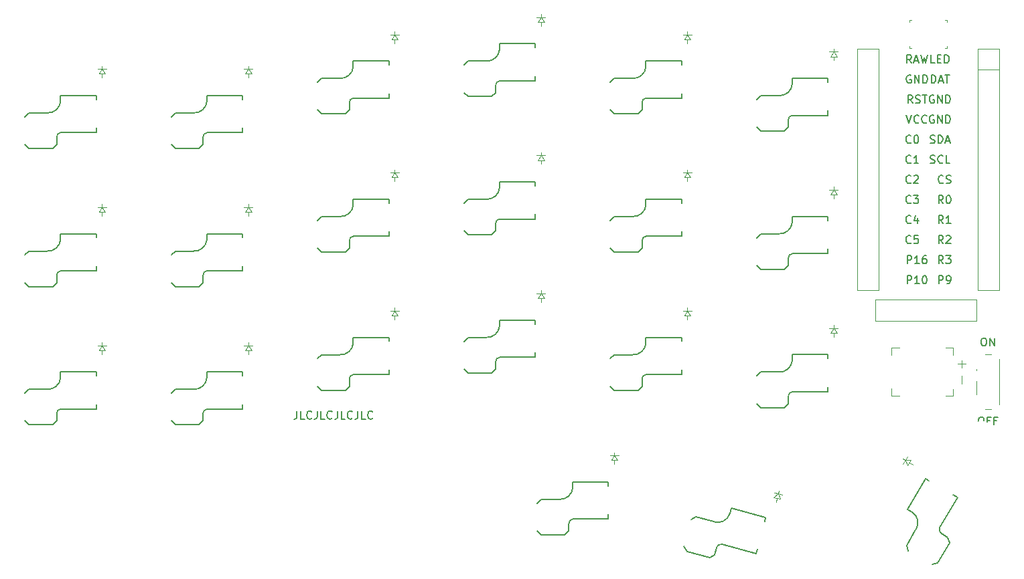
<source format=gto>
G04 #@! TF.GenerationSoftware,KiCad,Pcbnew,8.0.8+1*
G04 #@! TF.CreationDate,2025-07-09T06:01:48+00:00*
G04 #@! TF.ProjectId,corney_island_wireless,636f726e-6579-45f6-9973-6c616e645f77,0.2*
G04 #@! TF.SameCoordinates,Original*
G04 #@! TF.FileFunction,Legend,Top*
G04 #@! TF.FilePolarity,Positive*
%FSLAX46Y46*%
G04 Gerber Fmt 4.6, Leading zero omitted, Abs format (unit mm)*
G04 Created by KiCad (PCBNEW 8.0.8+1) date 2025-07-09 06:01:48*
%MOMM*%
%LPD*%
G01*
G04 APERTURE LIST*
%ADD10C,0.150000*%
%ADD11C,0.100000*%
%ADD12C,0.120000*%
%ADD13C,2.300000*%
%ADD14C,4.400000*%
%ADD15C,5.100000*%
%ADD16C,2.000000*%
%ADD17C,3.100000*%
%ADD18C,1.800000*%
%ADD19C,0.900000*%
%ADD20O,1.800000X1.800000*%
%ADD21C,1.000000*%
%ADD22C,0.850000*%
%ADD23O,1.850000X1.300000*%
G04 APERTURE END LIST*
D10*
X132380951Y-106454819D02*
X132380951Y-107169104D01*
X132380951Y-107169104D02*
X132333332Y-107311961D01*
X132333332Y-107311961D02*
X132238094Y-107407200D01*
X132238094Y-107407200D02*
X132095237Y-107454819D01*
X132095237Y-107454819D02*
X131999999Y-107454819D01*
X133333332Y-107454819D02*
X132857142Y-107454819D01*
X132857142Y-107454819D02*
X132857142Y-106454819D01*
X134238094Y-107359580D02*
X134190475Y-107407200D01*
X134190475Y-107407200D02*
X134047618Y-107454819D01*
X134047618Y-107454819D02*
X133952380Y-107454819D01*
X133952380Y-107454819D02*
X133809523Y-107407200D01*
X133809523Y-107407200D02*
X133714285Y-107311961D01*
X133714285Y-107311961D02*
X133666666Y-107216723D01*
X133666666Y-107216723D02*
X133619047Y-107026247D01*
X133619047Y-107026247D02*
X133619047Y-106883390D01*
X133619047Y-106883390D02*
X133666666Y-106692914D01*
X133666666Y-106692914D02*
X133714285Y-106597676D01*
X133714285Y-106597676D02*
X133809523Y-106502438D01*
X133809523Y-106502438D02*
X133952380Y-106454819D01*
X133952380Y-106454819D02*
X134047618Y-106454819D01*
X134047618Y-106454819D02*
X134190475Y-106502438D01*
X134190475Y-106502438D02*
X134238094Y-106550057D01*
X134952380Y-106454819D02*
X134952380Y-107169104D01*
X134952380Y-107169104D02*
X134904761Y-107311961D01*
X134904761Y-107311961D02*
X134809523Y-107407200D01*
X134809523Y-107407200D02*
X134666666Y-107454819D01*
X134666666Y-107454819D02*
X134571428Y-107454819D01*
X135904761Y-107454819D02*
X135428571Y-107454819D01*
X135428571Y-107454819D02*
X135428571Y-106454819D01*
X136809523Y-107359580D02*
X136761904Y-107407200D01*
X136761904Y-107407200D02*
X136619047Y-107454819D01*
X136619047Y-107454819D02*
X136523809Y-107454819D01*
X136523809Y-107454819D02*
X136380952Y-107407200D01*
X136380952Y-107407200D02*
X136285714Y-107311961D01*
X136285714Y-107311961D02*
X136238095Y-107216723D01*
X136238095Y-107216723D02*
X136190476Y-107026247D01*
X136190476Y-107026247D02*
X136190476Y-106883390D01*
X136190476Y-106883390D02*
X136238095Y-106692914D01*
X136238095Y-106692914D02*
X136285714Y-106597676D01*
X136285714Y-106597676D02*
X136380952Y-106502438D01*
X136380952Y-106502438D02*
X136523809Y-106454819D01*
X136523809Y-106454819D02*
X136619047Y-106454819D01*
X136619047Y-106454819D02*
X136761904Y-106502438D01*
X136761904Y-106502438D02*
X136809523Y-106550057D01*
X137523809Y-106454819D02*
X137523809Y-107169104D01*
X137523809Y-107169104D02*
X137476190Y-107311961D01*
X137476190Y-107311961D02*
X137380952Y-107407200D01*
X137380952Y-107407200D02*
X137238095Y-107454819D01*
X137238095Y-107454819D02*
X137142857Y-107454819D01*
X138476190Y-107454819D02*
X138000000Y-107454819D01*
X138000000Y-107454819D02*
X138000000Y-106454819D01*
X139380952Y-107359580D02*
X139333333Y-107407200D01*
X139333333Y-107407200D02*
X139190476Y-107454819D01*
X139190476Y-107454819D02*
X139095238Y-107454819D01*
X139095238Y-107454819D02*
X138952381Y-107407200D01*
X138952381Y-107407200D02*
X138857143Y-107311961D01*
X138857143Y-107311961D02*
X138809524Y-107216723D01*
X138809524Y-107216723D02*
X138761905Y-107026247D01*
X138761905Y-107026247D02*
X138761905Y-106883390D01*
X138761905Y-106883390D02*
X138809524Y-106692914D01*
X138809524Y-106692914D02*
X138857143Y-106597676D01*
X138857143Y-106597676D02*
X138952381Y-106502438D01*
X138952381Y-106502438D02*
X139095238Y-106454819D01*
X139095238Y-106454819D02*
X139190476Y-106454819D01*
X139190476Y-106454819D02*
X139333333Y-106502438D01*
X139333333Y-106502438D02*
X139380952Y-106550057D01*
X140095238Y-106454819D02*
X140095238Y-107169104D01*
X140095238Y-107169104D02*
X140047619Y-107311961D01*
X140047619Y-107311961D02*
X139952381Y-107407200D01*
X139952381Y-107407200D02*
X139809524Y-107454819D01*
X139809524Y-107454819D02*
X139714286Y-107454819D01*
X141047619Y-107454819D02*
X140571429Y-107454819D01*
X140571429Y-107454819D02*
X140571429Y-106454819D01*
X141952381Y-107359580D02*
X141904762Y-107407200D01*
X141904762Y-107407200D02*
X141761905Y-107454819D01*
X141761905Y-107454819D02*
X141666667Y-107454819D01*
X141666667Y-107454819D02*
X141523810Y-107407200D01*
X141523810Y-107407200D02*
X141428572Y-107311961D01*
X141428572Y-107311961D02*
X141380953Y-107216723D01*
X141380953Y-107216723D02*
X141333334Y-107026247D01*
X141333334Y-107026247D02*
X141333334Y-106883390D01*
X141333334Y-106883390D02*
X141380953Y-106692914D01*
X141380953Y-106692914D02*
X141428572Y-106597676D01*
X141428572Y-106597676D02*
X141523810Y-106502438D01*
X141523810Y-106502438D02*
X141666667Y-106454819D01*
X141666667Y-106454819D02*
X141761905Y-106454819D01*
X141761905Y-106454819D02*
X141904762Y-106502438D01*
X141904762Y-106502438D02*
X141952381Y-106550057D01*
X210063523Y-62374819D02*
X209730190Y-61898628D01*
X209492095Y-62374819D02*
X209492095Y-61374819D01*
X209492095Y-61374819D02*
X209873047Y-61374819D01*
X209873047Y-61374819D02*
X209968285Y-61422438D01*
X209968285Y-61422438D02*
X210015904Y-61470057D01*
X210015904Y-61470057D02*
X210063523Y-61565295D01*
X210063523Y-61565295D02*
X210063523Y-61708152D01*
X210063523Y-61708152D02*
X210015904Y-61803390D01*
X210015904Y-61803390D02*
X209968285Y-61851009D01*
X209968285Y-61851009D02*
X209873047Y-61898628D01*
X209873047Y-61898628D02*
X209492095Y-61898628D01*
X210444476Y-62089104D02*
X210920666Y-62089104D01*
X210349238Y-62374819D02*
X210682571Y-61374819D01*
X210682571Y-61374819D02*
X211015904Y-62374819D01*
X211254000Y-61374819D02*
X211492095Y-62374819D01*
X211492095Y-62374819D02*
X211682571Y-61660533D01*
X211682571Y-61660533D02*
X211873047Y-62374819D01*
X211873047Y-62374819D02*
X212111143Y-61374819D01*
X213011142Y-62374819D02*
X212534952Y-62374819D01*
X212534952Y-62374819D02*
X212534952Y-61374819D01*
X213344476Y-61851009D02*
X213677809Y-61851009D01*
X213820666Y-62374819D02*
X213344476Y-62374819D01*
X213344476Y-62374819D02*
X213344476Y-61374819D01*
X213344476Y-61374819D02*
X213820666Y-61374819D01*
X214249238Y-62374819D02*
X214249238Y-61374819D01*
X214249238Y-61374819D02*
X214487333Y-61374819D01*
X214487333Y-61374819D02*
X214630190Y-61422438D01*
X214630190Y-61422438D02*
X214725428Y-61517676D01*
X214725428Y-61517676D02*
X214773047Y-61612914D01*
X214773047Y-61612914D02*
X214820666Y-61803390D01*
X214820666Y-61803390D02*
X214820666Y-61946247D01*
X214820666Y-61946247D02*
X214773047Y-62136723D01*
X214773047Y-62136723D02*
X214725428Y-62231961D01*
X214725428Y-62231961D02*
X214630190Y-62327200D01*
X214630190Y-62327200D02*
X214487333Y-62374819D01*
X214487333Y-62374819D02*
X214249238Y-62374819D01*
X209992095Y-63962438D02*
X209896857Y-63914819D01*
X209896857Y-63914819D02*
X209754000Y-63914819D01*
X209754000Y-63914819D02*
X209611143Y-63962438D01*
X209611143Y-63962438D02*
X209515905Y-64057676D01*
X209515905Y-64057676D02*
X209468286Y-64152914D01*
X209468286Y-64152914D02*
X209420667Y-64343390D01*
X209420667Y-64343390D02*
X209420667Y-64486247D01*
X209420667Y-64486247D02*
X209468286Y-64676723D01*
X209468286Y-64676723D02*
X209515905Y-64771961D01*
X209515905Y-64771961D02*
X209611143Y-64867200D01*
X209611143Y-64867200D02*
X209754000Y-64914819D01*
X209754000Y-64914819D02*
X209849238Y-64914819D01*
X209849238Y-64914819D02*
X209992095Y-64867200D01*
X209992095Y-64867200D02*
X210039714Y-64819580D01*
X210039714Y-64819580D02*
X210039714Y-64486247D01*
X210039714Y-64486247D02*
X209849238Y-64486247D01*
X210468286Y-64914819D02*
X210468286Y-63914819D01*
X210468286Y-63914819D02*
X211039714Y-64914819D01*
X211039714Y-64914819D02*
X211039714Y-63914819D01*
X211515905Y-64914819D02*
X211515905Y-63914819D01*
X211515905Y-63914819D02*
X211754000Y-63914819D01*
X211754000Y-63914819D02*
X211896857Y-63962438D01*
X211896857Y-63962438D02*
X211992095Y-64057676D01*
X211992095Y-64057676D02*
X212039714Y-64152914D01*
X212039714Y-64152914D02*
X212087333Y-64343390D01*
X212087333Y-64343390D02*
X212087333Y-64486247D01*
X212087333Y-64486247D02*
X212039714Y-64676723D01*
X212039714Y-64676723D02*
X211992095Y-64771961D01*
X211992095Y-64771961D02*
X211896857Y-64867200D01*
X211896857Y-64867200D02*
X211754000Y-64914819D01*
X211754000Y-64914819D02*
X211515905Y-64914819D01*
X212582571Y-64914819D02*
X212582571Y-63914819D01*
X212582571Y-63914819D02*
X212820666Y-63914819D01*
X212820666Y-63914819D02*
X212963523Y-63962438D01*
X212963523Y-63962438D02*
X213058761Y-64057676D01*
X213058761Y-64057676D02*
X213106380Y-64152914D01*
X213106380Y-64152914D02*
X213153999Y-64343390D01*
X213153999Y-64343390D02*
X213153999Y-64486247D01*
X213153999Y-64486247D02*
X213106380Y-64676723D01*
X213106380Y-64676723D02*
X213058761Y-64771961D01*
X213058761Y-64771961D02*
X212963523Y-64867200D01*
X212963523Y-64867200D02*
X212820666Y-64914819D01*
X212820666Y-64914819D02*
X212582571Y-64914819D01*
X213534952Y-64629104D02*
X214011142Y-64629104D01*
X213439714Y-64914819D02*
X213773047Y-63914819D01*
X213773047Y-63914819D02*
X214106380Y-64914819D01*
X214296857Y-63914819D02*
X214868285Y-63914819D01*
X214582571Y-64914819D02*
X214582571Y-63914819D01*
X210206380Y-67454819D02*
X209873047Y-66978628D01*
X209634952Y-67454819D02*
X209634952Y-66454819D01*
X209634952Y-66454819D02*
X210015904Y-66454819D01*
X210015904Y-66454819D02*
X210111142Y-66502438D01*
X210111142Y-66502438D02*
X210158761Y-66550057D01*
X210158761Y-66550057D02*
X210206380Y-66645295D01*
X210206380Y-66645295D02*
X210206380Y-66788152D01*
X210206380Y-66788152D02*
X210158761Y-66883390D01*
X210158761Y-66883390D02*
X210111142Y-66931009D01*
X210111142Y-66931009D02*
X210015904Y-66978628D01*
X210015904Y-66978628D02*
X209634952Y-66978628D01*
X210587333Y-67407200D02*
X210730190Y-67454819D01*
X210730190Y-67454819D02*
X210968285Y-67454819D01*
X210968285Y-67454819D02*
X211063523Y-67407200D01*
X211063523Y-67407200D02*
X211111142Y-67359580D01*
X211111142Y-67359580D02*
X211158761Y-67264342D01*
X211158761Y-67264342D02*
X211158761Y-67169104D01*
X211158761Y-67169104D02*
X211111142Y-67073866D01*
X211111142Y-67073866D02*
X211063523Y-67026247D01*
X211063523Y-67026247D02*
X210968285Y-66978628D01*
X210968285Y-66978628D02*
X210777809Y-66931009D01*
X210777809Y-66931009D02*
X210682571Y-66883390D01*
X210682571Y-66883390D02*
X210634952Y-66835771D01*
X210634952Y-66835771D02*
X210587333Y-66740533D01*
X210587333Y-66740533D02*
X210587333Y-66645295D01*
X210587333Y-66645295D02*
X210634952Y-66550057D01*
X210634952Y-66550057D02*
X210682571Y-66502438D01*
X210682571Y-66502438D02*
X210777809Y-66454819D01*
X210777809Y-66454819D02*
X211015904Y-66454819D01*
X211015904Y-66454819D02*
X211158761Y-66502438D01*
X211444476Y-66454819D02*
X212015904Y-66454819D01*
X211730190Y-67454819D02*
X211730190Y-66454819D01*
X212892095Y-66502438D02*
X212796857Y-66454819D01*
X212796857Y-66454819D02*
X212654000Y-66454819D01*
X212654000Y-66454819D02*
X212511143Y-66502438D01*
X212511143Y-66502438D02*
X212415905Y-66597676D01*
X212415905Y-66597676D02*
X212368286Y-66692914D01*
X212368286Y-66692914D02*
X212320667Y-66883390D01*
X212320667Y-66883390D02*
X212320667Y-67026247D01*
X212320667Y-67026247D02*
X212368286Y-67216723D01*
X212368286Y-67216723D02*
X212415905Y-67311961D01*
X212415905Y-67311961D02*
X212511143Y-67407200D01*
X212511143Y-67407200D02*
X212654000Y-67454819D01*
X212654000Y-67454819D02*
X212749238Y-67454819D01*
X212749238Y-67454819D02*
X212892095Y-67407200D01*
X212892095Y-67407200D02*
X212939714Y-67359580D01*
X212939714Y-67359580D02*
X212939714Y-67026247D01*
X212939714Y-67026247D02*
X212749238Y-67026247D01*
X213368286Y-67454819D02*
X213368286Y-66454819D01*
X213368286Y-66454819D02*
X213939714Y-67454819D01*
X213939714Y-67454819D02*
X213939714Y-66454819D01*
X214415905Y-67454819D02*
X214415905Y-66454819D01*
X214415905Y-66454819D02*
X214654000Y-66454819D01*
X214654000Y-66454819D02*
X214796857Y-66502438D01*
X214796857Y-66502438D02*
X214892095Y-66597676D01*
X214892095Y-66597676D02*
X214939714Y-66692914D01*
X214939714Y-66692914D02*
X214987333Y-66883390D01*
X214987333Y-66883390D02*
X214987333Y-67026247D01*
X214987333Y-67026247D02*
X214939714Y-67216723D01*
X214939714Y-67216723D02*
X214892095Y-67311961D01*
X214892095Y-67311961D02*
X214796857Y-67407200D01*
X214796857Y-67407200D02*
X214654000Y-67454819D01*
X214654000Y-67454819D02*
X214415905Y-67454819D01*
X209420667Y-68994819D02*
X209754000Y-69994819D01*
X209754000Y-69994819D02*
X210087333Y-68994819D01*
X210992095Y-69899580D02*
X210944476Y-69947200D01*
X210944476Y-69947200D02*
X210801619Y-69994819D01*
X210801619Y-69994819D02*
X210706381Y-69994819D01*
X210706381Y-69994819D02*
X210563524Y-69947200D01*
X210563524Y-69947200D02*
X210468286Y-69851961D01*
X210468286Y-69851961D02*
X210420667Y-69756723D01*
X210420667Y-69756723D02*
X210373048Y-69566247D01*
X210373048Y-69566247D02*
X210373048Y-69423390D01*
X210373048Y-69423390D02*
X210420667Y-69232914D01*
X210420667Y-69232914D02*
X210468286Y-69137676D01*
X210468286Y-69137676D02*
X210563524Y-69042438D01*
X210563524Y-69042438D02*
X210706381Y-68994819D01*
X210706381Y-68994819D02*
X210801619Y-68994819D01*
X210801619Y-68994819D02*
X210944476Y-69042438D01*
X210944476Y-69042438D02*
X210992095Y-69090057D01*
X211992095Y-69899580D02*
X211944476Y-69947200D01*
X211944476Y-69947200D02*
X211801619Y-69994819D01*
X211801619Y-69994819D02*
X211706381Y-69994819D01*
X211706381Y-69994819D02*
X211563524Y-69947200D01*
X211563524Y-69947200D02*
X211468286Y-69851961D01*
X211468286Y-69851961D02*
X211420667Y-69756723D01*
X211420667Y-69756723D02*
X211373048Y-69566247D01*
X211373048Y-69566247D02*
X211373048Y-69423390D01*
X211373048Y-69423390D02*
X211420667Y-69232914D01*
X211420667Y-69232914D02*
X211468286Y-69137676D01*
X211468286Y-69137676D02*
X211563524Y-69042438D01*
X211563524Y-69042438D02*
X211706381Y-68994819D01*
X211706381Y-68994819D02*
X211801619Y-68994819D01*
X211801619Y-68994819D02*
X211944476Y-69042438D01*
X211944476Y-69042438D02*
X211992095Y-69090057D01*
X212892095Y-69042438D02*
X212796857Y-68994819D01*
X212796857Y-68994819D02*
X212654000Y-68994819D01*
X212654000Y-68994819D02*
X212511143Y-69042438D01*
X212511143Y-69042438D02*
X212415905Y-69137676D01*
X212415905Y-69137676D02*
X212368286Y-69232914D01*
X212368286Y-69232914D02*
X212320667Y-69423390D01*
X212320667Y-69423390D02*
X212320667Y-69566247D01*
X212320667Y-69566247D02*
X212368286Y-69756723D01*
X212368286Y-69756723D02*
X212415905Y-69851961D01*
X212415905Y-69851961D02*
X212511143Y-69947200D01*
X212511143Y-69947200D02*
X212654000Y-69994819D01*
X212654000Y-69994819D02*
X212749238Y-69994819D01*
X212749238Y-69994819D02*
X212892095Y-69947200D01*
X212892095Y-69947200D02*
X212939714Y-69899580D01*
X212939714Y-69899580D02*
X212939714Y-69566247D01*
X212939714Y-69566247D02*
X212749238Y-69566247D01*
X213368286Y-69994819D02*
X213368286Y-68994819D01*
X213368286Y-68994819D02*
X213939714Y-69994819D01*
X213939714Y-69994819D02*
X213939714Y-68994819D01*
X214415905Y-69994819D02*
X214415905Y-68994819D01*
X214415905Y-68994819D02*
X214654000Y-68994819D01*
X214654000Y-68994819D02*
X214796857Y-69042438D01*
X214796857Y-69042438D02*
X214892095Y-69137676D01*
X214892095Y-69137676D02*
X214939714Y-69232914D01*
X214939714Y-69232914D02*
X214987333Y-69423390D01*
X214987333Y-69423390D02*
X214987333Y-69566247D01*
X214987333Y-69566247D02*
X214939714Y-69756723D01*
X214939714Y-69756723D02*
X214892095Y-69851961D01*
X214892095Y-69851961D02*
X214796857Y-69947200D01*
X214796857Y-69947200D02*
X214654000Y-69994819D01*
X214654000Y-69994819D02*
X214415905Y-69994819D01*
X209997333Y-72439580D02*
X209949714Y-72487200D01*
X209949714Y-72487200D02*
X209806857Y-72534819D01*
X209806857Y-72534819D02*
X209711619Y-72534819D01*
X209711619Y-72534819D02*
X209568762Y-72487200D01*
X209568762Y-72487200D02*
X209473524Y-72391961D01*
X209473524Y-72391961D02*
X209425905Y-72296723D01*
X209425905Y-72296723D02*
X209378286Y-72106247D01*
X209378286Y-72106247D02*
X209378286Y-71963390D01*
X209378286Y-71963390D02*
X209425905Y-71772914D01*
X209425905Y-71772914D02*
X209473524Y-71677676D01*
X209473524Y-71677676D02*
X209568762Y-71582438D01*
X209568762Y-71582438D02*
X209711619Y-71534819D01*
X209711619Y-71534819D02*
X209806857Y-71534819D01*
X209806857Y-71534819D02*
X209949714Y-71582438D01*
X209949714Y-71582438D02*
X209997333Y-71630057D01*
X210616381Y-71534819D02*
X210711619Y-71534819D01*
X210711619Y-71534819D02*
X210806857Y-71582438D01*
X210806857Y-71582438D02*
X210854476Y-71630057D01*
X210854476Y-71630057D02*
X210902095Y-71725295D01*
X210902095Y-71725295D02*
X210949714Y-71915771D01*
X210949714Y-71915771D02*
X210949714Y-72153866D01*
X210949714Y-72153866D02*
X210902095Y-72344342D01*
X210902095Y-72344342D02*
X210854476Y-72439580D01*
X210854476Y-72439580D02*
X210806857Y-72487200D01*
X210806857Y-72487200D02*
X210711619Y-72534819D01*
X210711619Y-72534819D02*
X210616381Y-72534819D01*
X210616381Y-72534819D02*
X210521143Y-72487200D01*
X210521143Y-72487200D02*
X210473524Y-72439580D01*
X210473524Y-72439580D02*
X210425905Y-72344342D01*
X210425905Y-72344342D02*
X210378286Y-72153866D01*
X210378286Y-72153866D02*
X210378286Y-71915771D01*
X210378286Y-71915771D02*
X210425905Y-71725295D01*
X210425905Y-71725295D02*
X210473524Y-71630057D01*
X210473524Y-71630057D02*
X210521143Y-71582438D01*
X210521143Y-71582438D02*
X210616381Y-71534819D01*
X212439714Y-72487200D02*
X212582571Y-72534819D01*
X212582571Y-72534819D02*
X212820666Y-72534819D01*
X212820666Y-72534819D02*
X212915904Y-72487200D01*
X212915904Y-72487200D02*
X212963523Y-72439580D01*
X212963523Y-72439580D02*
X213011142Y-72344342D01*
X213011142Y-72344342D02*
X213011142Y-72249104D01*
X213011142Y-72249104D02*
X212963523Y-72153866D01*
X212963523Y-72153866D02*
X212915904Y-72106247D01*
X212915904Y-72106247D02*
X212820666Y-72058628D01*
X212820666Y-72058628D02*
X212630190Y-72011009D01*
X212630190Y-72011009D02*
X212534952Y-71963390D01*
X212534952Y-71963390D02*
X212487333Y-71915771D01*
X212487333Y-71915771D02*
X212439714Y-71820533D01*
X212439714Y-71820533D02*
X212439714Y-71725295D01*
X212439714Y-71725295D02*
X212487333Y-71630057D01*
X212487333Y-71630057D02*
X212534952Y-71582438D01*
X212534952Y-71582438D02*
X212630190Y-71534819D01*
X212630190Y-71534819D02*
X212868285Y-71534819D01*
X212868285Y-71534819D02*
X213011142Y-71582438D01*
X213439714Y-72534819D02*
X213439714Y-71534819D01*
X213439714Y-71534819D02*
X213677809Y-71534819D01*
X213677809Y-71534819D02*
X213820666Y-71582438D01*
X213820666Y-71582438D02*
X213915904Y-71677676D01*
X213915904Y-71677676D02*
X213963523Y-71772914D01*
X213963523Y-71772914D02*
X214011142Y-71963390D01*
X214011142Y-71963390D02*
X214011142Y-72106247D01*
X214011142Y-72106247D02*
X213963523Y-72296723D01*
X213963523Y-72296723D02*
X213915904Y-72391961D01*
X213915904Y-72391961D02*
X213820666Y-72487200D01*
X213820666Y-72487200D02*
X213677809Y-72534819D01*
X213677809Y-72534819D02*
X213439714Y-72534819D01*
X214392095Y-72249104D02*
X214868285Y-72249104D01*
X214296857Y-72534819D02*
X214630190Y-71534819D01*
X214630190Y-71534819D02*
X214963523Y-72534819D01*
X209997333Y-74979580D02*
X209949714Y-75027200D01*
X209949714Y-75027200D02*
X209806857Y-75074819D01*
X209806857Y-75074819D02*
X209711619Y-75074819D01*
X209711619Y-75074819D02*
X209568762Y-75027200D01*
X209568762Y-75027200D02*
X209473524Y-74931961D01*
X209473524Y-74931961D02*
X209425905Y-74836723D01*
X209425905Y-74836723D02*
X209378286Y-74646247D01*
X209378286Y-74646247D02*
X209378286Y-74503390D01*
X209378286Y-74503390D02*
X209425905Y-74312914D01*
X209425905Y-74312914D02*
X209473524Y-74217676D01*
X209473524Y-74217676D02*
X209568762Y-74122438D01*
X209568762Y-74122438D02*
X209711619Y-74074819D01*
X209711619Y-74074819D02*
X209806857Y-74074819D01*
X209806857Y-74074819D02*
X209949714Y-74122438D01*
X209949714Y-74122438D02*
X209997333Y-74170057D01*
X210949714Y-75074819D02*
X210378286Y-75074819D01*
X210664000Y-75074819D02*
X210664000Y-74074819D01*
X210664000Y-74074819D02*
X210568762Y-74217676D01*
X210568762Y-74217676D02*
X210473524Y-74312914D01*
X210473524Y-74312914D02*
X210378286Y-74360533D01*
X212463524Y-75027200D02*
X212606381Y-75074819D01*
X212606381Y-75074819D02*
X212844476Y-75074819D01*
X212844476Y-75074819D02*
X212939714Y-75027200D01*
X212939714Y-75027200D02*
X212987333Y-74979580D01*
X212987333Y-74979580D02*
X213034952Y-74884342D01*
X213034952Y-74884342D02*
X213034952Y-74789104D01*
X213034952Y-74789104D02*
X212987333Y-74693866D01*
X212987333Y-74693866D02*
X212939714Y-74646247D01*
X212939714Y-74646247D02*
X212844476Y-74598628D01*
X212844476Y-74598628D02*
X212654000Y-74551009D01*
X212654000Y-74551009D02*
X212558762Y-74503390D01*
X212558762Y-74503390D02*
X212511143Y-74455771D01*
X212511143Y-74455771D02*
X212463524Y-74360533D01*
X212463524Y-74360533D02*
X212463524Y-74265295D01*
X212463524Y-74265295D02*
X212511143Y-74170057D01*
X212511143Y-74170057D02*
X212558762Y-74122438D01*
X212558762Y-74122438D02*
X212654000Y-74074819D01*
X212654000Y-74074819D02*
X212892095Y-74074819D01*
X212892095Y-74074819D02*
X213034952Y-74122438D01*
X214034952Y-74979580D02*
X213987333Y-75027200D01*
X213987333Y-75027200D02*
X213844476Y-75074819D01*
X213844476Y-75074819D02*
X213749238Y-75074819D01*
X213749238Y-75074819D02*
X213606381Y-75027200D01*
X213606381Y-75027200D02*
X213511143Y-74931961D01*
X213511143Y-74931961D02*
X213463524Y-74836723D01*
X213463524Y-74836723D02*
X213415905Y-74646247D01*
X213415905Y-74646247D02*
X213415905Y-74503390D01*
X213415905Y-74503390D02*
X213463524Y-74312914D01*
X213463524Y-74312914D02*
X213511143Y-74217676D01*
X213511143Y-74217676D02*
X213606381Y-74122438D01*
X213606381Y-74122438D02*
X213749238Y-74074819D01*
X213749238Y-74074819D02*
X213844476Y-74074819D01*
X213844476Y-74074819D02*
X213987333Y-74122438D01*
X213987333Y-74122438D02*
X214034952Y-74170057D01*
X214939714Y-75074819D02*
X214463524Y-75074819D01*
X214463524Y-75074819D02*
X214463524Y-74074819D01*
X209997333Y-77519580D02*
X209949714Y-77567200D01*
X209949714Y-77567200D02*
X209806857Y-77614819D01*
X209806857Y-77614819D02*
X209711619Y-77614819D01*
X209711619Y-77614819D02*
X209568762Y-77567200D01*
X209568762Y-77567200D02*
X209473524Y-77471961D01*
X209473524Y-77471961D02*
X209425905Y-77376723D01*
X209425905Y-77376723D02*
X209378286Y-77186247D01*
X209378286Y-77186247D02*
X209378286Y-77043390D01*
X209378286Y-77043390D02*
X209425905Y-76852914D01*
X209425905Y-76852914D02*
X209473524Y-76757676D01*
X209473524Y-76757676D02*
X209568762Y-76662438D01*
X209568762Y-76662438D02*
X209711619Y-76614819D01*
X209711619Y-76614819D02*
X209806857Y-76614819D01*
X209806857Y-76614819D02*
X209949714Y-76662438D01*
X209949714Y-76662438D02*
X209997333Y-76710057D01*
X210378286Y-76710057D02*
X210425905Y-76662438D01*
X210425905Y-76662438D02*
X210521143Y-76614819D01*
X210521143Y-76614819D02*
X210759238Y-76614819D01*
X210759238Y-76614819D02*
X210854476Y-76662438D01*
X210854476Y-76662438D02*
X210902095Y-76710057D01*
X210902095Y-76710057D02*
X210949714Y-76805295D01*
X210949714Y-76805295D02*
X210949714Y-76900533D01*
X210949714Y-76900533D02*
X210902095Y-77043390D01*
X210902095Y-77043390D02*
X210330667Y-77614819D01*
X210330667Y-77614819D02*
X210949714Y-77614819D01*
X214077333Y-77519580D02*
X214029714Y-77567200D01*
X214029714Y-77567200D02*
X213886857Y-77614819D01*
X213886857Y-77614819D02*
X213791619Y-77614819D01*
X213791619Y-77614819D02*
X213648762Y-77567200D01*
X213648762Y-77567200D02*
X213553524Y-77471961D01*
X213553524Y-77471961D02*
X213505905Y-77376723D01*
X213505905Y-77376723D02*
X213458286Y-77186247D01*
X213458286Y-77186247D02*
X213458286Y-77043390D01*
X213458286Y-77043390D02*
X213505905Y-76852914D01*
X213505905Y-76852914D02*
X213553524Y-76757676D01*
X213553524Y-76757676D02*
X213648762Y-76662438D01*
X213648762Y-76662438D02*
X213791619Y-76614819D01*
X213791619Y-76614819D02*
X213886857Y-76614819D01*
X213886857Y-76614819D02*
X214029714Y-76662438D01*
X214029714Y-76662438D02*
X214077333Y-76710057D01*
X214458286Y-77567200D02*
X214601143Y-77614819D01*
X214601143Y-77614819D02*
X214839238Y-77614819D01*
X214839238Y-77614819D02*
X214934476Y-77567200D01*
X214934476Y-77567200D02*
X214982095Y-77519580D01*
X214982095Y-77519580D02*
X215029714Y-77424342D01*
X215029714Y-77424342D02*
X215029714Y-77329104D01*
X215029714Y-77329104D02*
X214982095Y-77233866D01*
X214982095Y-77233866D02*
X214934476Y-77186247D01*
X214934476Y-77186247D02*
X214839238Y-77138628D01*
X214839238Y-77138628D02*
X214648762Y-77091009D01*
X214648762Y-77091009D02*
X214553524Y-77043390D01*
X214553524Y-77043390D02*
X214505905Y-76995771D01*
X214505905Y-76995771D02*
X214458286Y-76900533D01*
X214458286Y-76900533D02*
X214458286Y-76805295D01*
X214458286Y-76805295D02*
X214505905Y-76710057D01*
X214505905Y-76710057D02*
X214553524Y-76662438D01*
X214553524Y-76662438D02*
X214648762Y-76614819D01*
X214648762Y-76614819D02*
X214886857Y-76614819D01*
X214886857Y-76614819D02*
X215029714Y-76662438D01*
X209997333Y-80059580D02*
X209949714Y-80107200D01*
X209949714Y-80107200D02*
X209806857Y-80154819D01*
X209806857Y-80154819D02*
X209711619Y-80154819D01*
X209711619Y-80154819D02*
X209568762Y-80107200D01*
X209568762Y-80107200D02*
X209473524Y-80011961D01*
X209473524Y-80011961D02*
X209425905Y-79916723D01*
X209425905Y-79916723D02*
X209378286Y-79726247D01*
X209378286Y-79726247D02*
X209378286Y-79583390D01*
X209378286Y-79583390D02*
X209425905Y-79392914D01*
X209425905Y-79392914D02*
X209473524Y-79297676D01*
X209473524Y-79297676D02*
X209568762Y-79202438D01*
X209568762Y-79202438D02*
X209711619Y-79154819D01*
X209711619Y-79154819D02*
X209806857Y-79154819D01*
X209806857Y-79154819D02*
X209949714Y-79202438D01*
X209949714Y-79202438D02*
X209997333Y-79250057D01*
X210330667Y-79154819D02*
X210949714Y-79154819D01*
X210949714Y-79154819D02*
X210616381Y-79535771D01*
X210616381Y-79535771D02*
X210759238Y-79535771D01*
X210759238Y-79535771D02*
X210854476Y-79583390D01*
X210854476Y-79583390D02*
X210902095Y-79631009D01*
X210902095Y-79631009D02*
X210949714Y-79726247D01*
X210949714Y-79726247D02*
X210949714Y-79964342D01*
X210949714Y-79964342D02*
X210902095Y-80059580D01*
X210902095Y-80059580D02*
X210854476Y-80107200D01*
X210854476Y-80107200D02*
X210759238Y-80154819D01*
X210759238Y-80154819D02*
X210473524Y-80154819D01*
X210473524Y-80154819D02*
X210378286Y-80107200D01*
X210378286Y-80107200D02*
X210330667Y-80059580D01*
X214077333Y-80154819D02*
X213744000Y-79678628D01*
X213505905Y-80154819D02*
X213505905Y-79154819D01*
X213505905Y-79154819D02*
X213886857Y-79154819D01*
X213886857Y-79154819D02*
X213982095Y-79202438D01*
X213982095Y-79202438D02*
X214029714Y-79250057D01*
X214029714Y-79250057D02*
X214077333Y-79345295D01*
X214077333Y-79345295D02*
X214077333Y-79488152D01*
X214077333Y-79488152D02*
X214029714Y-79583390D01*
X214029714Y-79583390D02*
X213982095Y-79631009D01*
X213982095Y-79631009D02*
X213886857Y-79678628D01*
X213886857Y-79678628D02*
X213505905Y-79678628D01*
X214696381Y-79154819D02*
X214791619Y-79154819D01*
X214791619Y-79154819D02*
X214886857Y-79202438D01*
X214886857Y-79202438D02*
X214934476Y-79250057D01*
X214934476Y-79250057D02*
X214982095Y-79345295D01*
X214982095Y-79345295D02*
X215029714Y-79535771D01*
X215029714Y-79535771D02*
X215029714Y-79773866D01*
X215029714Y-79773866D02*
X214982095Y-79964342D01*
X214982095Y-79964342D02*
X214934476Y-80059580D01*
X214934476Y-80059580D02*
X214886857Y-80107200D01*
X214886857Y-80107200D02*
X214791619Y-80154819D01*
X214791619Y-80154819D02*
X214696381Y-80154819D01*
X214696381Y-80154819D02*
X214601143Y-80107200D01*
X214601143Y-80107200D02*
X214553524Y-80059580D01*
X214553524Y-80059580D02*
X214505905Y-79964342D01*
X214505905Y-79964342D02*
X214458286Y-79773866D01*
X214458286Y-79773866D02*
X214458286Y-79535771D01*
X214458286Y-79535771D02*
X214505905Y-79345295D01*
X214505905Y-79345295D02*
X214553524Y-79250057D01*
X214553524Y-79250057D02*
X214601143Y-79202438D01*
X214601143Y-79202438D02*
X214696381Y-79154819D01*
X209997333Y-82599580D02*
X209949714Y-82647200D01*
X209949714Y-82647200D02*
X209806857Y-82694819D01*
X209806857Y-82694819D02*
X209711619Y-82694819D01*
X209711619Y-82694819D02*
X209568762Y-82647200D01*
X209568762Y-82647200D02*
X209473524Y-82551961D01*
X209473524Y-82551961D02*
X209425905Y-82456723D01*
X209425905Y-82456723D02*
X209378286Y-82266247D01*
X209378286Y-82266247D02*
X209378286Y-82123390D01*
X209378286Y-82123390D02*
X209425905Y-81932914D01*
X209425905Y-81932914D02*
X209473524Y-81837676D01*
X209473524Y-81837676D02*
X209568762Y-81742438D01*
X209568762Y-81742438D02*
X209711619Y-81694819D01*
X209711619Y-81694819D02*
X209806857Y-81694819D01*
X209806857Y-81694819D02*
X209949714Y-81742438D01*
X209949714Y-81742438D02*
X209997333Y-81790057D01*
X210854476Y-82028152D02*
X210854476Y-82694819D01*
X210616381Y-81647200D02*
X210378286Y-82361485D01*
X210378286Y-82361485D02*
X210997333Y-82361485D01*
X214077333Y-82694819D02*
X213744000Y-82218628D01*
X213505905Y-82694819D02*
X213505905Y-81694819D01*
X213505905Y-81694819D02*
X213886857Y-81694819D01*
X213886857Y-81694819D02*
X213982095Y-81742438D01*
X213982095Y-81742438D02*
X214029714Y-81790057D01*
X214029714Y-81790057D02*
X214077333Y-81885295D01*
X214077333Y-81885295D02*
X214077333Y-82028152D01*
X214077333Y-82028152D02*
X214029714Y-82123390D01*
X214029714Y-82123390D02*
X213982095Y-82171009D01*
X213982095Y-82171009D02*
X213886857Y-82218628D01*
X213886857Y-82218628D02*
X213505905Y-82218628D01*
X215029714Y-82694819D02*
X214458286Y-82694819D01*
X214744000Y-82694819D02*
X214744000Y-81694819D01*
X214744000Y-81694819D02*
X214648762Y-81837676D01*
X214648762Y-81837676D02*
X214553524Y-81932914D01*
X214553524Y-81932914D02*
X214458286Y-81980533D01*
X209997333Y-85139580D02*
X209949714Y-85187200D01*
X209949714Y-85187200D02*
X209806857Y-85234819D01*
X209806857Y-85234819D02*
X209711619Y-85234819D01*
X209711619Y-85234819D02*
X209568762Y-85187200D01*
X209568762Y-85187200D02*
X209473524Y-85091961D01*
X209473524Y-85091961D02*
X209425905Y-84996723D01*
X209425905Y-84996723D02*
X209378286Y-84806247D01*
X209378286Y-84806247D02*
X209378286Y-84663390D01*
X209378286Y-84663390D02*
X209425905Y-84472914D01*
X209425905Y-84472914D02*
X209473524Y-84377676D01*
X209473524Y-84377676D02*
X209568762Y-84282438D01*
X209568762Y-84282438D02*
X209711619Y-84234819D01*
X209711619Y-84234819D02*
X209806857Y-84234819D01*
X209806857Y-84234819D02*
X209949714Y-84282438D01*
X209949714Y-84282438D02*
X209997333Y-84330057D01*
X210902095Y-84234819D02*
X210425905Y-84234819D01*
X210425905Y-84234819D02*
X210378286Y-84711009D01*
X210378286Y-84711009D02*
X210425905Y-84663390D01*
X210425905Y-84663390D02*
X210521143Y-84615771D01*
X210521143Y-84615771D02*
X210759238Y-84615771D01*
X210759238Y-84615771D02*
X210854476Y-84663390D01*
X210854476Y-84663390D02*
X210902095Y-84711009D01*
X210902095Y-84711009D02*
X210949714Y-84806247D01*
X210949714Y-84806247D02*
X210949714Y-85044342D01*
X210949714Y-85044342D02*
X210902095Y-85139580D01*
X210902095Y-85139580D02*
X210854476Y-85187200D01*
X210854476Y-85187200D02*
X210759238Y-85234819D01*
X210759238Y-85234819D02*
X210521143Y-85234819D01*
X210521143Y-85234819D02*
X210425905Y-85187200D01*
X210425905Y-85187200D02*
X210378286Y-85139580D01*
X214077333Y-85234819D02*
X213744000Y-84758628D01*
X213505905Y-85234819D02*
X213505905Y-84234819D01*
X213505905Y-84234819D02*
X213886857Y-84234819D01*
X213886857Y-84234819D02*
X213982095Y-84282438D01*
X213982095Y-84282438D02*
X214029714Y-84330057D01*
X214029714Y-84330057D02*
X214077333Y-84425295D01*
X214077333Y-84425295D02*
X214077333Y-84568152D01*
X214077333Y-84568152D02*
X214029714Y-84663390D01*
X214029714Y-84663390D02*
X213982095Y-84711009D01*
X213982095Y-84711009D02*
X213886857Y-84758628D01*
X213886857Y-84758628D02*
X213505905Y-84758628D01*
X214458286Y-84330057D02*
X214505905Y-84282438D01*
X214505905Y-84282438D02*
X214601143Y-84234819D01*
X214601143Y-84234819D02*
X214839238Y-84234819D01*
X214839238Y-84234819D02*
X214934476Y-84282438D01*
X214934476Y-84282438D02*
X214982095Y-84330057D01*
X214982095Y-84330057D02*
X215029714Y-84425295D01*
X215029714Y-84425295D02*
X215029714Y-84520533D01*
X215029714Y-84520533D02*
X214982095Y-84663390D01*
X214982095Y-84663390D02*
X214410667Y-85234819D01*
X214410667Y-85234819D02*
X215029714Y-85234819D01*
X209539714Y-87774819D02*
X209539714Y-86774819D01*
X209539714Y-86774819D02*
X209920666Y-86774819D01*
X209920666Y-86774819D02*
X210015904Y-86822438D01*
X210015904Y-86822438D02*
X210063523Y-86870057D01*
X210063523Y-86870057D02*
X210111142Y-86965295D01*
X210111142Y-86965295D02*
X210111142Y-87108152D01*
X210111142Y-87108152D02*
X210063523Y-87203390D01*
X210063523Y-87203390D02*
X210015904Y-87251009D01*
X210015904Y-87251009D02*
X209920666Y-87298628D01*
X209920666Y-87298628D02*
X209539714Y-87298628D01*
X211063523Y-87774819D02*
X210492095Y-87774819D01*
X210777809Y-87774819D02*
X210777809Y-86774819D01*
X210777809Y-86774819D02*
X210682571Y-86917676D01*
X210682571Y-86917676D02*
X210587333Y-87012914D01*
X210587333Y-87012914D02*
X210492095Y-87060533D01*
X211920666Y-86774819D02*
X211730190Y-86774819D01*
X211730190Y-86774819D02*
X211634952Y-86822438D01*
X211634952Y-86822438D02*
X211587333Y-86870057D01*
X211587333Y-86870057D02*
X211492095Y-87012914D01*
X211492095Y-87012914D02*
X211444476Y-87203390D01*
X211444476Y-87203390D02*
X211444476Y-87584342D01*
X211444476Y-87584342D02*
X211492095Y-87679580D01*
X211492095Y-87679580D02*
X211539714Y-87727200D01*
X211539714Y-87727200D02*
X211634952Y-87774819D01*
X211634952Y-87774819D02*
X211825428Y-87774819D01*
X211825428Y-87774819D02*
X211920666Y-87727200D01*
X211920666Y-87727200D02*
X211968285Y-87679580D01*
X211968285Y-87679580D02*
X212015904Y-87584342D01*
X212015904Y-87584342D02*
X212015904Y-87346247D01*
X212015904Y-87346247D02*
X211968285Y-87251009D01*
X211968285Y-87251009D02*
X211920666Y-87203390D01*
X211920666Y-87203390D02*
X211825428Y-87155771D01*
X211825428Y-87155771D02*
X211634952Y-87155771D01*
X211634952Y-87155771D02*
X211539714Y-87203390D01*
X211539714Y-87203390D02*
X211492095Y-87251009D01*
X211492095Y-87251009D02*
X211444476Y-87346247D01*
X214077333Y-87774819D02*
X213744000Y-87298628D01*
X213505905Y-87774819D02*
X213505905Y-86774819D01*
X213505905Y-86774819D02*
X213886857Y-86774819D01*
X213886857Y-86774819D02*
X213982095Y-86822438D01*
X213982095Y-86822438D02*
X214029714Y-86870057D01*
X214029714Y-86870057D02*
X214077333Y-86965295D01*
X214077333Y-86965295D02*
X214077333Y-87108152D01*
X214077333Y-87108152D02*
X214029714Y-87203390D01*
X214029714Y-87203390D02*
X213982095Y-87251009D01*
X213982095Y-87251009D02*
X213886857Y-87298628D01*
X213886857Y-87298628D02*
X213505905Y-87298628D01*
X214410667Y-86774819D02*
X215029714Y-86774819D01*
X215029714Y-86774819D02*
X214696381Y-87155771D01*
X214696381Y-87155771D02*
X214839238Y-87155771D01*
X214839238Y-87155771D02*
X214934476Y-87203390D01*
X214934476Y-87203390D02*
X214982095Y-87251009D01*
X214982095Y-87251009D02*
X215029714Y-87346247D01*
X215029714Y-87346247D02*
X215029714Y-87584342D01*
X215029714Y-87584342D02*
X214982095Y-87679580D01*
X214982095Y-87679580D02*
X214934476Y-87727200D01*
X214934476Y-87727200D02*
X214839238Y-87774819D01*
X214839238Y-87774819D02*
X214553524Y-87774819D01*
X214553524Y-87774819D02*
X214458286Y-87727200D01*
X214458286Y-87727200D02*
X214410667Y-87679580D01*
X209539714Y-90314819D02*
X209539714Y-89314819D01*
X209539714Y-89314819D02*
X209920666Y-89314819D01*
X209920666Y-89314819D02*
X210015904Y-89362438D01*
X210015904Y-89362438D02*
X210063523Y-89410057D01*
X210063523Y-89410057D02*
X210111142Y-89505295D01*
X210111142Y-89505295D02*
X210111142Y-89648152D01*
X210111142Y-89648152D02*
X210063523Y-89743390D01*
X210063523Y-89743390D02*
X210015904Y-89791009D01*
X210015904Y-89791009D02*
X209920666Y-89838628D01*
X209920666Y-89838628D02*
X209539714Y-89838628D01*
X211063523Y-90314819D02*
X210492095Y-90314819D01*
X210777809Y-90314819D02*
X210777809Y-89314819D01*
X210777809Y-89314819D02*
X210682571Y-89457676D01*
X210682571Y-89457676D02*
X210587333Y-89552914D01*
X210587333Y-89552914D02*
X210492095Y-89600533D01*
X211682571Y-89314819D02*
X211777809Y-89314819D01*
X211777809Y-89314819D02*
X211873047Y-89362438D01*
X211873047Y-89362438D02*
X211920666Y-89410057D01*
X211920666Y-89410057D02*
X211968285Y-89505295D01*
X211968285Y-89505295D02*
X212015904Y-89695771D01*
X212015904Y-89695771D02*
X212015904Y-89933866D01*
X212015904Y-89933866D02*
X211968285Y-90124342D01*
X211968285Y-90124342D02*
X211920666Y-90219580D01*
X211920666Y-90219580D02*
X211873047Y-90267200D01*
X211873047Y-90267200D02*
X211777809Y-90314819D01*
X211777809Y-90314819D02*
X211682571Y-90314819D01*
X211682571Y-90314819D02*
X211587333Y-90267200D01*
X211587333Y-90267200D02*
X211539714Y-90219580D01*
X211539714Y-90219580D02*
X211492095Y-90124342D01*
X211492095Y-90124342D02*
X211444476Y-89933866D01*
X211444476Y-89933866D02*
X211444476Y-89695771D01*
X211444476Y-89695771D02*
X211492095Y-89505295D01*
X211492095Y-89505295D02*
X211539714Y-89410057D01*
X211539714Y-89410057D02*
X211587333Y-89362438D01*
X211587333Y-89362438D02*
X211682571Y-89314819D01*
X213505905Y-90314819D02*
X213505905Y-89314819D01*
X213505905Y-89314819D02*
X213886857Y-89314819D01*
X213886857Y-89314819D02*
X213982095Y-89362438D01*
X213982095Y-89362438D02*
X214029714Y-89410057D01*
X214029714Y-89410057D02*
X214077333Y-89505295D01*
X214077333Y-89505295D02*
X214077333Y-89648152D01*
X214077333Y-89648152D02*
X214029714Y-89743390D01*
X214029714Y-89743390D02*
X213982095Y-89791009D01*
X213982095Y-89791009D02*
X213886857Y-89838628D01*
X213886857Y-89838628D02*
X213505905Y-89838628D01*
X214553524Y-90314819D02*
X214744000Y-90314819D01*
X214744000Y-90314819D02*
X214839238Y-90267200D01*
X214839238Y-90267200D02*
X214886857Y-90219580D01*
X214886857Y-90219580D02*
X214982095Y-90076723D01*
X214982095Y-90076723D02*
X215029714Y-89886247D01*
X215029714Y-89886247D02*
X215029714Y-89505295D01*
X215029714Y-89505295D02*
X214982095Y-89410057D01*
X214982095Y-89410057D02*
X214934476Y-89362438D01*
X214934476Y-89362438D02*
X214839238Y-89314819D01*
X214839238Y-89314819D02*
X214648762Y-89314819D01*
X214648762Y-89314819D02*
X214553524Y-89362438D01*
X214553524Y-89362438D02*
X214505905Y-89410057D01*
X214505905Y-89410057D02*
X214458286Y-89505295D01*
X214458286Y-89505295D02*
X214458286Y-89743390D01*
X214458286Y-89743390D02*
X214505905Y-89838628D01*
X214505905Y-89838628D02*
X214553524Y-89886247D01*
X214553524Y-89886247D02*
X214648762Y-89933866D01*
X214648762Y-89933866D02*
X214839238Y-89933866D01*
X214839238Y-89933866D02*
X214934476Y-89886247D01*
X214934476Y-89886247D02*
X214982095Y-89838628D01*
X214982095Y-89838628D02*
X215029714Y-89743390D01*
X219130952Y-97204819D02*
X219321428Y-97204819D01*
X219321428Y-97204819D02*
X219416666Y-97252438D01*
X219416666Y-97252438D02*
X219511904Y-97347676D01*
X219511904Y-97347676D02*
X219559523Y-97538152D01*
X219559523Y-97538152D02*
X219559523Y-97871485D01*
X219559523Y-97871485D02*
X219511904Y-98061961D01*
X219511904Y-98061961D02*
X219416666Y-98157200D01*
X219416666Y-98157200D02*
X219321428Y-98204819D01*
X219321428Y-98204819D02*
X219130952Y-98204819D01*
X219130952Y-98204819D02*
X219035714Y-98157200D01*
X219035714Y-98157200D02*
X218940476Y-98061961D01*
X218940476Y-98061961D02*
X218892857Y-97871485D01*
X218892857Y-97871485D02*
X218892857Y-97538152D01*
X218892857Y-97538152D02*
X218940476Y-97347676D01*
X218940476Y-97347676D02*
X219035714Y-97252438D01*
X219035714Y-97252438D02*
X219130952Y-97204819D01*
X219988095Y-98204819D02*
X219988095Y-97204819D01*
X219988095Y-97204819D02*
X220559523Y-98204819D01*
X220559523Y-98204819D02*
X220559523Y-97204819D01*
X218797619Y-107204819D02*
X218988095Y-107204819D01*
X218988095Y-107204819D02*
X219083333Y-107252438D01*
X219083333Y-107252438D02*
X219178571Y-107347676D01*
X219178571Y-107347676D02*
X219226190Y-107538152D01*
X219226190Y-107538152D02*
X219226190Y-107871485D01*
X219226190Y-107871485D02*
X219178571Y-108061961D01*
X219178571Y-108061961D02*
X219083333Y-108157200D01*
X219083333Y-108157200D02*
X218988095Y-108204819D01*
X218988095Y-108204819D02*
X218797619Y-108204819D01*
X218797619Y-108204819D02*
X218702381Y-108157200D01*
X218702381Y-108157200D02*
X218607143Y-108061961D01*
X218607143Y-108061961D02*
X218559524Y-107871485D01*
X218559524Y-107871485D02*
X218559524Y-107538152D01*
X218559524Y-107538152D02*
X218607143Y-107347676D01*
X218607143Y-107347676D02*
X218702381Y-107252438D01*
X218702381Y-107252438D02*
X218797619Y-107204819D01*
X219988095Y-107681009D02*
X219654762Y-107681009D01*
X219654762Y-108204819D02*
X219654762Y-107204819D01*
X219654762Y-107204819D02*
X220130952Y-107204819D01*
X220845238Y-107681009D02*
X220511905Y-107681009D01*
X220511905Y-108204819D02*
X220511905Y-107204819D01*
X220511905Y-107204819D02*
X220988095Y-107204819D01*
X107000000Y-105600000D02*
X107000000Y-106200000D01*
X107000000Y-106200000D02*
X102520000Y-106200000D01*
X102000000Y-106780000D02*
X102000000Y-107700000D01*
X101500000Y-108200000D02*
X102000000Y-107700000D01*
X98500000Y-108200000D02*
X101500000Y-108200000D01*
X98000000Y-107700000D02*
X98500000Y-108200000D01*
X102000000Y-106780000D02*
G75*
G02*
X102520000Y-106200000I549999J30001D01*
G01*
X107000000Y-101500000D02*
X107000000Y-102000000D01*
X102500000Y-101500000D02*
X107000000Y-101500000D01*
X102500000Y-102200000D02*
X102500000Y-101500000D01*
X98500000Y-103700000D02*
X100800000Y-103700000D01*
X98000000Y-104200000D02*
X98500000Y-103700000D01*
X102500000Y-102220000D02*
G75*
G02*
X100800000Y-103700000I-1589999J109999D01*
G01*
X107000000Y-88100000D02*
X107000000Y-88700000D01*
X107000000Y-88700000D02*
X102520000Y-88700000D01*
X102000000Y-89280000D02*
X102000000Y-90200000D01*
X101500000Y-90700000D02*
X102000000Y-90200000D01*
X98500000Y-90700000D02*
X101500000Y-90700000D01*
X98000000Y-90200000D02*
X98500000Y-90700000D01*
X102000000Y-89280000D02*
G75*
G02*
X102520000Y-88700000I549999J30001D01*
G01*
X107000000Y-84000000D02*
X107000000Y-84500000D01*
X102500000Y-84000000D02*
X107000000Y-84000000D01*
X102500000Y-84700000D02*
X102500000Y-84000000D01*
X98500000Y-86200000D02*
X100800000Y-86200000D01*
X98000000Y-86700000D02*
X98500000Y-86200000D01*
X102500000Y-84720000D02*
G75*
G02*
X100800000Y-86200000I-1589999J109999D01*
G01*
X107000000Y-70600000D02*
X107000000Y-71200000D01*
X107000000Y-71200000D02*
X102520000Y-71200000D01*
X102000000Y-71780000D02*
X102000000Y-72700000D01*
X101500000Y-73200000D02*
X102000000Y-72700000D01*
X98500000Y-73200000D02*
X101500000Y-73200000D01*
X98000000Y-72700000D02*
X98500000Y-73200000D01*
X102000000Y-71780000D02*
G75*
G02*
X102520000Y-71200000I549999J30001D01*
G01*
X107000000Y-66500000D02*
X107000000Y-67000000D01*
X102500000Y-66500000D02*
X107000000Y-66500000D01*
X102500000Y-67200000D02*
X102500000Y-66500000D01*
X98500000Y-68700000D02*
X100800000Y-68700000D01*
X98000000Y-69200000D02*
X98500000Y-68700000D01*
X102500000Y-67220000D02*
G75*
G02*
X100800000Y-68700000I-1589999J109999D01*
G01*
X125500000Y-105600000D02*
X125500000Y-106200000D01*
X125500000Y-106200000D02*
X121020000Y-106200000D01*
X120500000Y-106780000D02*
X120500000Y-107700000D01*
X120000000Y-108200000D02*
X120500000Y-107700000D01*
X117000000Y-108200000D02*
X120000000Y-108200000D01*
X116500000Y-107700000D02*
X117000000Y-108200000D01*
X120500000Y-106780000D02*
G75*
G02*
X121020000Y-106200000I549999J30001D01*
G01*
X125500000Y-101500000D02*
X125500000Y-102000000D01*
X121000000Y-101500000D02*
X125500000Y-101500000D01*
X121000000Y-102200000D02*
X121000000Y-101500000D01*
X117000000Y-103700000D02*
X119300000Y-103700000D01*
X116500000Y-104200000D02*
X117000000Y-103700000D01*
X121000000Y-102220000D02*
G75*
G02*
X119300000Y-103700000I-1589999J109999D01*
G01*
X125500000Y-88100000D02*
X125500000Y-88700000D01*
X125500000Y-88700000D02*
X121020000Y-88700000D01*
X120500000Y-89280000D02*
X120500000Y-90200000D01*
X120000000Y-90700000D02*
X120500000Y-90200000D01*
X117000000Y-90700000D02*
X120000000Y-90700000D01*
X116500000Y-90200000D02*
X117000000Y-90700000D01*
X120500000Y-89280000D02*
G75*
G02*
X121020000Y-88700000I549999J30001D01*
G01*
X125500000Y-84000000D02*
X125500000Y-84500000D01*
X121000000Y-84000000D02*
X125500000Y-84000000D01*
X121000000Y-84700000D02*
X121000000Y-84000000D01*
X117000000Y-86200000D02*
X119300000Y-86200000D01*
X116500000Y-86700000D02*
X117000000Y-86200000D01*
X121000000Y-84720000D02*
G75*
G02*
X119300000Y-86200000I-1589999J109999D01*
G01*
X125500000Y-70600000D02*
X125500000Y-71200000D01*
X125500000Y-71200000D02*
X121020000Y-71200000D01*
X120500000Y-71780000D02*
X120500000Y-72700000D01*
X120000000Y-73200000D02*
X120500000Y-72700000D01*
X117000000Y-73200000D02*
X120000000Y-73200000D01*
X116500000Y-72700000D02*
X117000000Y-73200000D01*
X120500000Y-71780000D02*
G75*
G02*
X121020000Y-71200000I549999J30001D01*
G01*
X125500000Y-66500000D02*
X125500000Y-67000000D01*
X121000000Y-66500000D02*
X125500000Y-66500000D01*
X121000000Y-67200000D02*
X121000000Y-66500000D01*
X117000000Y-68700000D02*
X119300000Y-68700000D01*
X116500000Y-69200000D02*
X117000000Y-68700000D01*
X121000000Y-67220000D02*
G75*
G02*
X119300000Y-68700000I-1589999J109999D01*
G01*
X144000000Y-101225000D02*
X144000000Y-101825000D01*
X144000000Y-101825000D02*
X139520000Y-101825000D01*
X139000000Y-102405000D02*
X139000000Y-103325000D01*
X138500000Y-103825000D02*
X139000000Y-103325000D01*
X135500000Y-103825000D02*
X138500000Y-103825000D01*
X135000000Y-103325000D02*
X135500000Y-103825000D01*
X139000000Y-102405000D02*
G75*
G02*
X139520000Y-101825000I549999J30001D01*
G01*
X144000000Y-97125000D02*
X144000000Y-97625000D01*
X139500000Y-97125000D02*
X144000000Y-97125000D01*
X139500000Y-97825000D02*
X139500000Y-97125000D01*
X135500000Y-99325000D02*
X137800000Y-99325000D01*
X135000000Y-99825000D02*
X135500000Y-99325000D01*
X139500000Y-97845000D02*
G75*
G02*
X137800000Y-99325000I-1589999J109999D01*
G01*
X144000000Y-83725000D02*
X144000000Y-84325000D01*
X144000000Y-84325000D02*
X139520000Y-84325000D01*
X139000000Y-84905000D02*
X139000000Y-85825000D01*
X138500000Y-86325000D02*
X139000000Y-85825000D01*
X135500000Y-86325000D02*
X138500000Y-86325000D01*
X135000000Y-85825000D02*
X135500000Y-86325000D01*
X139000000Y-84905000D02*
G75*
G02*
X139520000Y-84325000I549999J30001D01*
G01*
X144000000Y-79625000D02*
X144000000Y-80125000D01*
X139500000Y-79625000D02*
X144000000Y-79625000D01*
X139500000Y-80325000D02*
X139500000Y-79625000D01*
X135500000Y-81825000D02*
X137800000Y-81825000D01*
X135000000Y-82325000D02*
X135500000Y-81825000D01*
X139500000Y-80345000D02*
G75*
G02*
X137800000Y-81825000I-1589999J109999D01*
G01*
X144000000Y-66225000D02*
X144000000Y-66825000D01*
X144000000Y-66825000D02*
X139520000Y-66825000D01*
X139000000Y-67405000D02*
X139000000Y-68325000D01*
X138500000Y-68825000D02*
X139000000Y-68325000D01*
X135500000Y-68825000D02*
X138500000Y-68825000D01*
X135000000Y-68325000D02*
X135500000Y-68825000D01*
X139000000Y-67405000D02*
G75*
G02*
X139520000Y-66825000I549999J30001D01*
G01*
X144000000Y-62125000D02*
X144000000Y-62625000D01*
X139500000Y-62125000D02*
X144000000Y-62125000D01*
X139500000Y-62825000D02*
X139500000Y-62125000D01*
X135500000Y-64325000D02*
X137800000Y-64325000D01*
X135000000Y-64825000D02*
X135500000Y-64325000D01*
X139500000Y-62845000D02*
G75*
G02*
X137800000Y-64325000I-1589999J109999D01*
G01*
X162500000Y-99037500D02*
X162500000Y-99637500D01*
X162500000Y-99637500D02*
X158020000Y-99637500D01*
X157500000Y-100217500D02*
X157500000Y-101137500D01*
X157000000Y-101637500D02*
X157500000Y-101137500D01*
X154000000Y-101637500D02*
X157000000Y-101637500D01*
X153500000Y-101137500D02*
X154000000Y-101637500D01*
X157500000Y-100217500D02*
G75*
G02*
X158020000Y-99637500I549999J30001D01*
G01*
X162500000Y-94937500D02*
X162500000Y-95437500D01*
X158000000Y-94937500D02*
X162500000Y-94937500D01*
X158000000Y-95637500D02*
X158000000Y-94937500D01*
X154000000Y-97137500D02*
X156300000Y-97137500D01*
X153500000Y-97637500D02*
X154000000Y-97137500D01*
X158000000Y-95657500D02*
G75*
G02*
X156300000Y-97137500I-1589999J109999D01*
G01*
X162500000Y-81537500D02*
X162500000Y-82137500D01*
X162500000Y-82137500D02*
X158020000Y-82137500D01*
X157500000Y-82717500D02*
X157500000Y-83637500D01*
X157000000Y-84137500D02*
X157500000Y-83637500D01*
X154000000Y-84137500D02*
X157000000Y-84137500D01*
X153500000Y-83637500D02*
X154000000Y-84137500D01*
X157500000Y-82717500D02*
G75*
G02*
X158020000Y-82137500I549999J30001D01*
G01*
X162500000Y-77437500D02*
X162500000Y-77937500D01*
X158000000Y-77437500D02*
X162500000Y-77437500D01*
X158000000Y-78137500D02*
X158000000Y-77437500D01*
X154000000Y-79637500D02*
X156300000Y-79637500D01*
X153500000Y-80137500D02*
X154000000Y-79637500D01*
X158000000Y-78157500D02*
G75*
G02*
X156300000Y-79637500I-1589999J109999D01*
G01*
X162500000Y-64037500D02*
X162500000Y-64637500D01*
X162500000Y-64637500D02*
X158020000Y-64637500D01*
X157500000Y-65217500D02*
X157500000Y-66137500D01*
X157000000Y-66637500D02*
X157500000Y-66137500D01*
X154000000Y-66637500D02*
X157000000Y-66637500D01*
X153500000Y-66137500D02*
X154000000Y-66637500D01*
X157500000Y-65217500D02*
G75*
G02*
X158020000Y-64637500I549999J30001D01*
G01*
X162500000Y-59937500D02*
X162500000Y-60437500D01*
X158000000Y-59937500D02*
X162500000Y-59937500D01*
X158000000Y-60637500D02*
X158000000Y-59937500D01*
X154000000Y-62137500D02*
X156300000Y-62137500D01*
X153500000Y-62637500D02*
X154000000Y-62137500D01*
X158000000Y-60657500D02*
G75*
G02*
X156300000Y-62137500I-1589999J109999D01*
G01*
X181000000Y-101225000D02*
X181000000Y-101825000D01*
X181000000Y-101825000D02*
X176520000Y-101825000D01*
X176000000Y-102405000D02*
X176000000Y-103325000D01*
X175500000Y-103825000D02*
X176000000Y-103325000D01*
X172500000Y-103825000D02*
X175500000Y-103825000D01*
X172000000Y-103325000D02*
X172500000Y-103825000D01*
X176000000Y-102405000D02*
G75*
G02*
X176520000Y-101825000I549999J30001D01*
G01*
X181000000Y-97125000D02*
X181000000Y-97625000D01*
X176500000Y-97125000D02*
X181000000Y-97125000D01*
X176500000Y-97825000D02*
X176500000Y-97125000D01*
X172500000Y-99325000D02*
X174800000Y-99325000D01*
X172000000Y-99825000D02*
X172500000Y-99325000D01*
X176500000Y-97845000D02*
G75*
G02*
X174800000Y-99325000I-1589999J109999D01*
G01*
X181000000Y-83725000D02*
X181000000Y-84325000D01*
X181000000Y-84325000D02*
X176520000Y-84325000D01*
X176000000Y-84905000D02*
X176000000Y-85825000D01*
X175500000Y-86325000D02*
X176000000Y-85825000D01*
X172500000Y-86325000D02*
X175500000Y-86325000D01*
X172000000Y-85825000D02*
X172500000Y-86325000D01*
X176000000Y-84905000D02*
G75*
G02*
X176520000Y-84325000I549999J30001D01*
G01*
X181000000Y-79625000D02*
X181000000Y-80125000D01*
X176500000Y-79625000D02*
X181000000Y-79625000D01*
X176500000Y-80325000D02*
X176500000Y-79625000D01*
X172500000Y-81825000D02*
X174800000Y-81825000D01*
X172000000Y-82325000D02*
X172500000Y-81825000D01*
X176500000Y-80345000D02*
G75*
G02*
X174800000Y-81825000I-1589999J109999D01*
G01*
X181000000Y-66225000D02*
X181000000Y-66825000D01*
X181000000Y-66825000D02*
X176520000Y-66825000D01*
X176000000Y-67405000D02*
X176000000Y-68325000D01*
X175500000Y-68825000D02*
X176000000Y-68325000D01*
X172500000Y-68825000D02*
X175500000Y-68825000D01*
X172000000Y-68325000D02*
X172500000Y-68825000D01*
X176000000Y-67405000D02*
G75*
G02*
X176520000Y-66825000I549999J30001D01*
G01*
X181000000Y-62125000D02*
X181000000Y-62625000D01*
X176500000Y-62125000D02*
X181000000Y-62125000D01*
X176500000Y-62825000D02*
X176500000Y-62125000D01*
X172500000Y-64325000D02*
X174800000Y-64325000D01*
X172000000Y-64825000D02*
X172500000Y-64325000D01*
X176500000Y-62845000D02*
G75*
G02*
X174800000Y-64325000I-1589999J109999D01*
G01*
X199500000Y-103412500D02*
X199500000Y-104012500D01*
X199500000Y-104012500D02*
X195020000Y-104012500D01*
X194500000Y-104592500D02*
X194500000Y-105512500D01*
X194000000Y-106012500D02*
X194500000Y-105512500D01*
X191000000Y-106012500D02*
X194000000Y-106012500D01*
X190500000Y-105512500D02*
X191000000Y-106012500D01*
X194500000Y-104592500D02*
G75*
G02*
X195020000Y-104012500I549999J30001D01*
G01*
X199500000Y-99312500D02*
X199500000Y-99812500D01*
X195000000Y-99312500D02*
X199500000Y-99312500D01*
X195000000Y-100012500D02*
X195000000Y-99312500D01*
X191000000Y-101512500D02*
X193300000Y-101512500D01*
X190500000Y-102012500D02*
X191000000Y-101512500D01*
X195000000Y-100032500D02*
G75*
G02*
X193300000Y-101512500I-1589999J109999D01*
G01*
X199500000Y-85912500D02*
X199500000Y-86512500D01*
X199500000Y-86512500D02*
X195020000Y-86512500D01*
X194500000Y-87092500D02*
X194500000Y-88012500D01*
X194000000Y-88512500D02*
X194500000Y-88012500D01*
X191000000Y-88512500D02*
X194000000Y-88512500D01*
X190500000Y-88012500D02*
X191000000Y-88512500D01*
X194500000Y-87092500D02*
G75*
G02*
X195020000Y-86512500I549999J30001D01*
G01*
X199500000Y-81812500D02*
X199500000Y-82312500D01*
X195000000Y-81812500D02*
X199500000Y-81812500D01*
X195000000Y-82512500D02*
X195000000Y-81812500D01*
X191000000Y-84012500D02*
X193300000Y-84012500D01*
X190500000Y-84512500D02*
X191000000Y-84012500D01*
X195000000Y-82532500D02*
G75*
G02*
X193300000Y-84012500I-1589999J109999D01*
G01*
X199500000Y-68412500D02*
X199500000Y-69012500D01*
X199500000Y-69012500D02*
X195020000Y-69012500D01*
X194500000Y-69592500D02*
X194500000Y-70512500D01*
X194000000Y-71012500D02*
X194500000Y-70512500D01*
X191000000Y-71012500D02*
X194000000Y-71012500D01*
X190500000Y-70512500D02*
X191000000Y-71012500D01*
X194500000Y-69592500D02*
G75*
G02*
X195020000Y-69012500I549999J30001D01*
G01*
X199500000Y-64312500D02*
X199500000Y-64812500D01*
X195000000Y-64312500D02*
X199500000Y-64312500D01*
X195000000Y-65012500D02*
X195000000Y-64312500D01*
X191000000Y-66512500D02*
X193300000Y-66512500D01*
X190500000Y-67012500D02*
X191000000Y-66512500D01*
X195000000Y-65032500D02*
G75*
G02*
X193300000Y-66512500I-1589999J109999D01*
G01*
X171750000Y-119537500D02*
X171750000Y-120137500D01*
X171750000Y-120137500D02*
X167270000Y-120137500D01*
X166750000Y-120717500D02*
X166750000Y-121637500D01*
X166250000Y-122137500D02*
X166750000Y-121637500D01*
X163250000Y-122137500D02*
X166250000Y-122137500D01*
X162750000Y-121637500D02*
X163250000Y-122137500D01*
X166750000Y-120717500D02*
G75*
G02*
X167270000Y-120137500I549999J30001D01*
G01*
X171750000Y-115437500D02*
X171750000Y-115937500D01*
X167250000Y-115437500D02*
X171750000Y-115437500D01*
X167250000Y-116137500D02*
X167250000Y-115437500D01*
X163250000Y-117637500D02*
X165550000Y-117637500D01*
X162750000Y-118137500D02*
X163250000Y-117637500D01*
X167250000Y-116157500D02*
G75*
G02*
X165550000Y-117637500I-1589999J109999D01*
G01*
X190562094Y-123908418D02*
X190406803Y-124487973D01*
X190406803Y-124487973D02*
X186079455Y-123328464D01*
X185427059Y-123754115D02*
X185188945Y-124642767D01*
X184576573Y-124996320D02*
X185188945Y-124642767D01*
X181678795Y-124219863D02*
X184576573Y-124996320D01*
X181325242Y-123607491D02*
X181678795Y-124219863D01*
X185427059Y-123754115D02*
G75*
G02*
X186079455Y-123328464I539023J-113372D01*
G01*
X191623252Y-119948122D02*
X191493843Y-120431085D01*
X187276586Y-118783436D02*
X191623252Y-119948122D01*
X187095413Y-119459584D02*
X187276586Y-118783436D01*
X182843481Y-119873197D02*
X185065110Y-120468481D01*
X182231108Y-120226750D02*
X182843481Y-119873197D01*
X187090236Y-119478903D02*
G75*
G02*
X185065110Y-120468480I-1507351J517773D01*
G01*
X215363585Y-117060070D02*
X215883201Y-117360070D01*
X215883201Y-117360070D02*
X213643201Y-121239864D01*
X213885495Y-121980197D02*
X214682239Y-122440197D01*
X214865251Y-123123210D02*
X214682239Y-122440197D01*
X213365251Y-125721286D02*
X214865251Y-123123210D01*
X212682239Y-125904299D02*
X213365251Y-125721286D01*
X213885495Y-121980197D02*
G75*
G02*
X213643201Y-121239864I249018J491313D01*
G01*
X211812881Y-115010070D02*
X212245894Y-115260070D01*
X209562881Y-118907184D02*
X211812881Y-115010070D01*
X210169099Y-119257184D02*
X209562881Y-118907184D01*
X209468137Y-123471286D02*
X210618137Y-121479428D01*
X209651150Y-124154299D02*
X209468137Y-123471286D01*
X210186419Y-119267184D02*
G75*
G02*
X210618137Y-121479428I-890261J-1321981D01*
G01*
D11*
X107750000Y-98750000D02*
X107750000Y-99250000D01*
X107350000Y-98750000D02*
X107750000Y-98150000D01*
X108150000Y-98750000D02*
X107350000Y-98750000D01*
X107750000Y-98150000D02*
X108150000Y-98750000D01*
X107750000Y-98150000D02*
X107200000Y-98150000D01*
X107750000Y-98150000D02*
X108300000Y-98150000D01*
X107750000Y-97750000D02*
X107750000Y-98150000D01*
X107750000Y-81250000D02*
X107750000Y-81750000D01*
X107350000Y-81250000D02*
X107750000Y-80650000D01*
X108150000Y-81250000D02*
X107350000Y-81250000D01*
X107750000Y-80650000D02*
X108150000Y-81250000D01*
X107750000Y-80650000D02*
X107200000Y-80650000D01*
X107750000Y-80650000D02*
X108300000Y-80650000D01*
X107750000Y-80250000D02*
X107750000Y-80650000D01*
X107750000Y-63750000D02*
X107750000Y-64250000D01*
X107350000Y-63750000D02*
X107750000Y-63150000D01*
X108150000Y-63750000D02*
X107350000Y-63750000D01*
X107750000Y-63150000D02*
X108150000Y-63750000D01*
X107750000Y-63150000D02*
X107200000Y-63150000D01*
X107750000Y-63150000D02*
X108300000Y-63150000D01*
X107750000Y-62750000D02*
X107750000Y-63150000D01*
X126250000Y-98750000D02*
X126250000Y-99250000D01*
X125850000Y-98750000D02*
X126250000Y-98150000D01*
X126650000Y-98750000D02*
X125850000Y-98750000D01*
X126250000Y-98150000D02*
X126650000Y-98750000D01*
X126250000Y-98150000D02*
X125700000Y-98150000D01*
X126250000Y-98150000D02*
X126800000Y-98150000D01*
X126250000Y-97750000D02*
X126250000Y-98150000D01*
X126250000Y-81250000D02*
X126250000Y-81750000D01*
X125850000Y-81250000D02*
X126250000Y-80650000D01*
X126650000Y-81250000D02*
X125850000Y-81250000D01*
X126250000Y-80650000D02*
X126650000Y-81250000D01*
X126250000Y-80650000D02*
X125700000Y-80650000D01*
X126250000Y-80650000D02*
X126800000Y-80650000D01*
X126250000Y-80250000D02*
X126250000Y-80650000D01*
X126250000Y-63750000D02*
X126250000Y-64250000D01*
X125850000Y-63750000D02*
X126250000Y-63150000D01*
X126650000Y-63750000D02*
X125850000Y-63750000D01*
X126250000Y-63150000D02*
X126650000Y-63750000D01*
X126250000Y-63150000D02*
X125700000Y-63150000D01*
X126250000Y-63150000D02*
X126800000Y-63150000D01*
X126250000Y-62750000D02*
X126250000Y-63150000D01*
X144750000Y-94375000D02*
X144750000Y-94875000D01*
X144350000Y-94375000D02*
X144750000Y-93775000D01*
X145150000Y-94375000D02*
X144350000Y-94375000D01*
X144750000Y-93775000D02*
X145150000Y-94375000D01*
X144750000Y-93775000D02*
X144200000Y-93775000D01*
X144750000Y-93775000D02*
X145300000Y-93775000D01*
X144750000Y-93375000D02*
X144750000Y-93775000D01*
X144750000Y-76875000D02*
X144750000Y-77375000D01*
X144350000Y-76875000D02*
X144750000Y-76275000D01*
X145150000Y-76875000D02*
X144350000Y-76875000D01*
X144750000Y-76275000D02*
X145150000Y-76875000D01*
X144750000Y-76275000D02*
X144200000Y-76275000D01*
X144750000Y-76275000D02*
X145300000Y-76275000D01*
X144750000Y-75875000D02*
X144750000Y-76275000D01*
X144750000Y-59375000D02*
X144750000Y-59875000D01*
X144350000Y-59375000D02*
X144750000Y-58775000D01*
X145150000Y-59375000D02*
X144350000Y-59375000D01*
X144750000Y-58775000D02*
X145150000Y-59375000D01*
X144750000Y-58775000D02*
X144200000Y-58775000D01*
X144750000Y-58775000D02*
X145300000Y-58775000D01*
X144750000Y-58375000D02*
X144750000Y-58775000D01*
X163250000Y-92187500D02*
X163250000Y-92687500D01*
X162850000Y-92187500D02*
X163250000Y-91587500D01*
X163650000Y-92187500D02*
X162850000Y-92187500D01*
X163250000Y-91587500D02*
X163650000Y-92187500D01*
X163250000Y-91587500D02*
X162700000Y-91587500D01*
X163250000Y-91587500D02*
X163800000Y-91587500D01*
X163250000Y-91187500D02*
X163250000Y-91587500D01*
X163250000Y-74687500D02*
X163250000Y-75187500D01*
X162850000Y-74687500D02*
X163250000Y-74087500D01*
X163650000Y-74687500D02*
X162850000Y-74687500D01*
X163250000Y-74087500D02*
X163650000Y-74687500D01*
X163250000Y-74087500D02*
X162700000Y-74087500D01*
X163250000Y-74087500D02*
X163800000Y-74087500D01*
X163250000Y-73687500D02*
X163250000Y-74087500D01*
X163250000Y-57187500D02*
X163250000Y-57687500D01*
X162850000Y-57187500D02*
X163250000Y-56587500D01*
X163650000Y-57187500D02*
X162850000Y-57187500D01*
X163250000Y-56587500D02*
X163650000Y-57187500D01*
X163250000Y-56587500D02*
X162700000Y-56587500D01*
X163250000Y-56587500D02*
X163800000Y-56587500D01*
X163250000Y-56187500D02*
X163250000Y-56587500D01*
X181750000Y-94375000D02*
X181750000Y-94875000D01*
X181350000Y-94375000D02*
X181750000Y-93775000D01*
X182150000Y-94375000D02*
X181350000Y-94375000D01*
X181750000Y-93775000D02*
X182150000Y-94375000D01*
X181750000Y-93775000D02*
X181200000Y-93775000D01*
X181750000Y-93775000D02*
X182300000Y-93775000D01*
X181750000Y-93375000D02*
X181750000Y-93775000D01*
X181750000Y-76875000D02*
X181750000Y-77375000D01*
X181350000Y-76875000D02*
X181750000Y-76275000D01*
X182150000Y-76875000D02*
X181350000Y-76875000D01*
X181750000Y-76275000D02*
X182150000Y-76875000D01*
X181750000Y-76275000D02*
X181200000Y-76275000D01*
X181750000Y-76275000D02*
X182300000Y-76275000D01*
X181750000Y-75875000D02*
X181750000Y-76275000D01*
X181750000Y-59375000D02*
X181750000Y-59875000D01*
X181350000Y-59375000D02*
X181750000Y-58775000D01*
X182150000Y-59375000D02*
X181350000Y-59375000D01*
X181750000Y-58775000D02*
X182150000Y-59375000D01*
X181750000Y-58775000D02*
X181200000Y-58775000D01*
X181750000Y-58775000D02*
X182300000Y-58775000D01*
X181750000Y-58375000D02*
X181750000Y-58775000D01*
X200250000Y-96562500D02*
X200250000Y-97062500D01*
X199850000Y-96562500D02*
X200250000Y-95962500D01*
X200650000Y-96562500D02*
X199850000Y-96562500D01*
X200250000Y-95962500D02*
X200650000Y-96562500D01*
X200250000Y-95962500D02*
X199700000Y-95962500D01*
X200250000Y-95962500D02*
X200800000Y-95962500D01*
X200250000Y-95562500D02*
X200250000Y-95962500D01*
X200250000Y-79062500D02*
X200250000Y-79562500D01*
X199850000Y-79062500D02*
X200250000Y-78462500D01*
X200650000Y-79062500D02*
X199850000Y-79062500D01*
X200250000Y-78462500D02*
X200650000Y-79062500D01*
X200250000Y-78462500D02*
X199700000Y-78462500D01*
X200250000Y-78462500D02*
X200800000Y-78462500D01*
X200250000Y-78062500D02*
X200250000Y-78462500D01*
X200250000Y-61562500D02*
X200250000Y-62062500D01*
X199850000Y-61562500D02*
X200250000Y-60962500D01*
X200650000Y-61562500D02*
X199850000Y-61562500D01*
X200250000Y-60962500D02*
X200650000Y-61562500D01*
X200250000Y-60962500D02*
X199700000Y-60962500D01*
X200250000Y-60962500D02*
X200800000Y-60962500D01*
X200250000Y-60562500D02*
X200250000Y-60962500D01*
X172500000Y-112687500D02*
X172500000Y-113187500D01*
X172100000Y-112687500D02*
X172500000Y-112087500D01*
X172900000Y-112687500D02*
X172100000Y-112687500D01*
X172500000Y-112087500D02*
X172900000Y-112687500D01*
X172500000Y-112087500D02*
X171950000Y-112087500D01*
X172500000Y-112087500D02*
X173050000Y-112087500D01*
X172500000Y-111687500D02*
X172500000Y-112087500D01*
X193059449Y-117485940D02*
X192930040Y-117968903D01*
X192673079Y-117382413D02*
X193214741Y-116906385D01*
X193445820Y-117589468D02*
X192673079Y-117382413D01*
X193214741Y-116906385D02*
X193445820Y-117589468D01*
X193214741Y-116906385D02*
X192683481Y-116764034D01*
X193214741Y-116906385D02*
X193746000Y-117048735D01*
X193318268Y-116520015D02*
X193214741Y-116906385D01*
X209806311Y-112985551D02*
X210239324Y-113235551D01*
X209606311Y-113331961D02*
X209286696Y-112685551D01*
X210006311Y-112639141D02*
X209606311Y-113331961D01*
X209286696Y-112685551D02*
X210006311Y-112639141D01*
X209286696Y-112685551D02*
X209011696Y-113161865D01*
X209286696Y-112685551D02*
X209561696Y-112209237D01*
X208940286Y-112485551D02*
X209286696Y-112685551D01*
D12*
X218494000Y-60590000D02*
X221154000Y-60590000D01*
X218494000Y-60590000D02*
X218494000Y-91190000D01*
X218494000Y-91190000D02*
X221154000Y-91190000D01*
X205914000Y-60590000D02*
X205914000Y-91190000D01*
X221154000Y-60590000D02*
X221154000Y-91190000D01*
X203254000Y-60590000D02*
X205914000Y-60590000D01*
X203254000Y-60590000D02*
X203254000Y-91190000D01*
X203254000Y-91190000D02*
X205914000Y-91190000D01*
X218494000Y-63190000D02*
X221154000Y-63190000D01*
X205487000Y-92370000D02*
X205487000Y-95030000D01*
X218307000Y-95030000D02*
X205487000Y-95030000D01*
X218307000Y-92370000D02*
X218307000Y-95030000D01*
X218307000Y-92370000D02*
X205487000Y-92370000D01*
X220165000Y-99300000D02*
X219375000Y-99300000D01*
X219375000Y-106200000D02*
X220165000Y-106200000D01*
X218325000Y-104350000D02*
X218325000Y-102650000D01*
X221175000Y-105600000D02*
X221175000Y-99900000D01*
X218325000Y-101350000D02*
X218325000Y-101150000D01*
D11*
X209854000Y-57212500D02*
X209854000Y-56962500D01*
X209854000Y-60212500D02*
X209854000Y-60462500D01*
X210104000Y-56962500D02*
X209854000Y-56962500D01*
X210104000Y-60462500D02*
X209854000Y-60462500D01*
X214304000Y-56962500D02*
X214554000Y-56962500D01*
X214304000Y-60462500D02*
X214554000Y-60462500D01*
X214554000Y-57212500D02*
X214554000Y-56962500D01*
X214554000Y-60212500D02*
X214554000Y-60462500D01*
X216400000Y-103000000D02*
X216400000Y-102000000D01*
X216400000Y-100000000D02*
X216400000Y-101000000D01*
X215900000Y-100500000D02*
X216900000Y-100500000D01*
D12*
X207540000Y-103560000D02*
X207540000Y-104560000D01*
X207540000Y-104560000D02*
X208540000Y-104560000D01*
X207540000Y-99360000D02*
X207540000Y-98440000D01*
X207540000Y-98440000D02*
X208540000Y-98440000D01*
X215360000Y-103640000D02*
X215360000Y-104560000D01*
X215360000Y-104560000D02*
X214360000Y-104560000D01*
X215360000Y-99360000D02*
X215360000Y-98440000D01*
X215360000Y-98440000D02*
X214360000Y-98440000D01*
%LPC*%
D13*
X204927000Y-100438500D03*
X218969000Y-108882500D03*
D14*
X109250000Y-73750000D03*
X109250000Y-91250000D03*
X183218000Y-70423500D03*
X151157000Y-107365000D03*
X197157608Y-114631748D03*
D15*
X100000000Y-100000000D03*
D16*
X94500000Y-100000000D03*
X105500000Y-100000000D03*
X105000000Y-94850000D03*
D17*
X100000000Y-105950000D03*
X95000000Y-103750000D03*
D15*
X100000000Y-82500000D03*
D16*
X94500000Y-82500000D03*
X105500000Y-82500000D03*
X105000000Y-77350000D03*
D17*
X100000000Y-88450000D03*
X95000000Y-86250000D03*
D15*
X100000000Y-65000000D03*
D16*
X94500000Y-65000000D03*
X105500000Y-65000000D03*
X105000000Y-59850000D03*
D17*
X100000000Y-70950000D03*
X95000000Y-68750000D03*
D15*
X118500000Y-100000000D03*
D16*
X113000000Y-100000000D03*
X124000000Y-100000000D03*
X123500000Y-94850000D03*
D17*
X118500000Y-105950000D03*
X113500000Y-103750000D03*
D15*
X118500000Y-82500000D03*
D16*
X113000000Y-82500000D03*
X124000000Y-82500000D03*
X123500000Y-77350000D03*
D17*
X118500000Y-88450000D03*
X113500000Y-86250000D03*
D15*
X118500000Y-65000000D03*
D16*
X113000000Y-65000000D03*
X124000000Y-65000000D03*
X123500000Y-59850000D03*
D17*
X118500000Y-70950000D03*
X113500000Y-68750000D03*
D15*
X137000000Y-95625000D03*
D16*
X131500000Y-95625000D03*
X142500000Y-95625000D03*
X142000000Y-90475000D03*
D17*
X137000000Y-101575000D03*
X132000000Y-99375000D03*
D15*
X137000000Y-78125000D03*
D16*
X131500000Y-78125000D03*
X142500000Y-78125000D03*
X142000000Y-72975000D03*
D17*
X137000000Y-84075000D03*
X132000000Y-81875000D03*
D15*
X137000000Y-60625000D03*
D16*
X131500000Y-60625000D03*
X142500000Y-60625000D03*
X142000000Y-55475000D03*
D17*
X137000000Y-66575000D03*
X132000000Y-64375000D03*
D15*
X155500000Y-93437500D03*
D16*
X150000000Y-93437500D03*
X161000000Y-93437500D03*
X160500000Y-88287500D03*
D17*
X155500000Y-99387500D03*
X150500000Y-97187500D03*
D15*
X155500000Y-75937500D03*
D16*
X150000000Y-75937500D03*
X161000000Y-75937500D03*
X160500000Y-70787500D03*
D17*
X155500000Y-81887500D03*
X150500000Y-79687500D03*
D15*
X155500000Y-58437500D03*
D16*
X150000000Y-58437500D03*
X161000000Y-58437500D03*
X160500000Y-53287500D03*
D17*
X155500000Y-64387500D03*
X150500000Y-62187500D03*
D15*
X174000000Y-95625000D03*
D16*
X168500000Y-95625000D03*
X179500000Y-95625000D03*
X179000000Y-90475000D03*
D17*
X174000000Y-101575000D03*
X169000000Y-99375000D03*
D15*
X174000000Y-78125000D03*
D16*
X168500000Y-78125000D03*
X179500000Y-78125000D03*
X179000000Y-72975000D03*
D17*
X174000000Y-84075000D03*
X169000000Y-81875000D03*
D15*
X174000000Y-60625000D03*
D16*
X168500000Y-60625000D03*
X179500000Y-60625000D03*
X179000000Y-55475000D03*
D17*
X174000000Y-66575000D03*
X169000000Y-64375000D03*
D15*
X192500000Y-97812500D03*
D16*
X187000000Y-97812500D03*
X198000000Y-97812500D03*
X197500000Y-92662500D03*
D17*
X192500000Y-103762500D03*
X187500000Y-101562500D03*
D15*
X192500000Y-80312500D03*
D16*
X187000000Y-80312500D03*
X198000000Y-80312500D03*
X197500000Y-75162500D03*
D17*
X192500000Y-86262500D03*
X187500000Y-84062500D03*
D15*
X192500000Y-62812500D03*
D16*
X187000000Y-62812500D03*
X198000000Y-62812500D03*
X197500000Y-57662500D03*
D17*
X192500000Y-68762500D03*
X187500000Y-66562500D03*
D15*
X164750000Y-113937500D03*
D16*
X159250000Y-113937500D03*
X170250000Y-113937500D03*
X169750000Y-108787500D03*
D17*
X164750000Y-119887500D03*
X159750000Y-117687500D03*
D15*
X185250000Y-116687500D03*
D16*
X179937408Y-115263995D03*
X190562592Y-118111005D03*
X191412547Y-113007077D03*
D17*
X183710027Y-122434759D03*
X179449799Y-119015627D03*
D15*
X207013843Y-120322248D03*
D16*
X204263843Y-125085388D03*
X209763843Y-115559108D03*
X205053812Y-113417121D03*
D17*
X212166694Y-123297248D03*
X207761438Y-126527375D03*
D15*
X100000000Y-100000000D03*
D16*
X94500000Y-100000000D03*
X105500000Y-100000000D03*
X95000000Y-94850000D03*
D17*
X100000000Y-105950000D03*
X105000000Y-103750000D03*
G36*
G01*
X98075000Y-104650000D02*
X98075000Y-107250000D01*
G75*
G02*
X98025000Y-107300000I-50000J0D01*
G01*
X95425000Y-107300000D01*
G75*
G02*
X95375000Y-107250000I0J50000D01*
G01*
X95375000Y-104650000D01*
G75*
G02*
X95425000Y-104600000I50000J0D01*
G01*
X98025000Y-104600000D01*
G75*
G02*
X98075000Y-104650000I0J-50000D01*
G01*
G37*
G36*
G01*
X109625000Y-102450000D02*
X109625000Y-105050000D01*
G75*
G02*
X109575000Y-105100000I-50000J0D01*
G01*
X106975000Y-105100000D01*
G75*
G02*
X106925000Y-105050000I0J50000D01*
G01*
X106925000Y-102450000D01*
G75*
G02*
X106975000Y-102400000I50000J0D01*
G01*
X109575000Y-102400000D01*
G75*
G02*
X109625000Y-102450000I0J-50000D01*
G01*
G37*
D15*
X100000000Y-82500000D03*
D16*
X94500000Y-82500000D03*
X105500000Y-82500000D03*
X95000000Y-77350000D03*
D17*
X100000000Y-88450000D03*
X105000000Y-86250000D03*
G36*
G01*
X98075000Y-87150000D02*
X98075000Y-89750000D01*
G75*
G02*
X98025000Y-89800000I-50000J0D01*
G01*
X95425000Y-89800000D01*
G75*
G02*
X95375000Y-89750000I0J50000D01*
G01*
X95375000Y-87150000D01*
G75*
G02*
X95425000Y-87100000I50000J0D01*
G01*
X98025000Y-87100000D01*
G75*
G02*
X98075000Y-87150000I0J-50000D01*
G01*
G37*
G36*
G01*
X109625000Y-84950000D02*
X109625000Y-87550000D01*
G75*
G02*
X109575000Y-87600000I-50000J0D01*
G01*
X106975000Y-87600000D01*
G75*
G02*
X106925000Y-87550000I0J50000D01*
G01*
X106925000Y-84950000D01*
G75*
G02*
X106975000Y-84900000I50000J0D01*
G01*
X109575000Y-84900000D01*
G75*
G02*
X109625000Y-84950000I0J-50000D01*
G01*
G37*
D15*
X100000000Y-65000000D03*
D16*
X94500000Y-65000000D03*
X105500000Y-65000000D03*
X95000000Y-59850000D03*
D17*
X100000000Y-70950000D03*
X105000000Y-68750000D03*
G36*
G01*
X98075000Y-69650000D02*
X98075000Y-72250000D01*
G75*
G02*
X98025000Y-72300000I-50000J0D01*
G01*
X95425000Y-72300000D01*
G75*
G02*
X95375000Y-72250000I0J50000D01*
G01*
X95375000Y-69650000D01*
G75*
G02*
X95425000Y-69600000I50000J0D01*
G01*
X98025000Y-69600000D01*
G75*
G02*
X98075000Y-69650000I0J-50000D01*
G01*
G37*
G36*
G01*
X109625000Y-67450000D02*
X109625000Y-70050000D01*
G75*
G02*
X109575000Y-70100000I-50000J0D01*
G01*
X106975000Y-70100000D01*
G75*
G02*
X106925000Y-70050000I0J50000D01*
G01*
X106925000Y-67450000D01*
G75*
G02*
X106975000Y-67400000I50000J0D01*
G01*
X109575000Y-67400000D01*
G75*
G02*
X109625000Y-67450000I0J-50000D01*
G01*
G37*
D15*
X118500000Y-100000000D03*
D16*
X113000000Y-100000000D03*
X124000000Y-100000000D03*
X113500000Y-94850000D03*
D17*
X118500000Y-105950000D03*
X123500000Y-103750000D03*
G36*
G01*
X116575000Y-104650000D02*
X116575000Y-107250000D01*
G75*
G02*
X116525000Y-107300000I-50000J0D01*
G01*
X113925000Y-107300000D01*
G75*
G02*
X113875000Y-107250000I0J50000D01*
G01*
X113875000Y-104650000D01*
G75*
G02*
X113925000Y-104600000I50000J0D01*
G01*
X116525000Y-104600000D01*
G75*
G02*
X116575000Y-104650000I0J-50000D01*
G01*
G37*
G36*
G01*
X128125000Y-102450000D02*
X128125000Y-105050000D01*
G75*
G02*
X128075000Y-105100000I-50000J0D01*
G01*
X125475000Y-105100000D01*
G75*
G02*
X125425000Y-105050000I0J50000D01*
G01*
X125425000Y-102450000D01*
G75*
G02*
X125475000Y-102400000I50000J0D01*
G01*
X128075000Y-102400000D01*
G75*
G02*
X128125000Y-102450000I0J-50000D01*
G01*
G37*
D15*
X118500000Y-82500000D03*
D16*
X113000000Y-82500000D03*
X124000000Y-82500000D03*
X113500000Y-77350000D03*
D17*
X118500000Y-88450000D03*
X123500000Y-86250000D03*
G36*
G01*
X116575000Y-87150000D02*
X116575000Y-89750000D01*
G75*
G02*
X116525000Y-89800000I-50000J0D01*
G01*
X113925000Y-89800000D01*
G75*
G02*
X113875000Y-89750000I0J50000D01*
G01*
X113875000Y-87150000D01*
G75*
G02*
X113925000Y-87100000I50000J0D01*
G01*
X116525000Y-87100000D01*
G75*
G02*
X116575000Y-87150000I0J-50000D01*
G01*
G37*
G36*
G01*
X128125000Y-84950000D02*
X128125000Y-87550000D01*
G75*
G02*
X128075000Y-87600000I-50000J0D01*
G01*
X125475000Y-87600000D01*
G75*
G02*
X125425000Y-87550000I0J50000D01*
G01*
X125425000Y-84950000D01*
G75*
G02*
X125475000Y-84900000I50000J0D01*
G01*
X128075000Y-84900000D01*
G75*
G02*
X128125000Y-84950000I0J-50000D01*
G01*
G37*
D15*
X118500000Y-65000000D03*
D16*
X113000000Y-65000000D03*
X124000000Y-65000000D03*
X113500000Y-59850000D03*
D17*
X118500000Y-70950000D03*
X123500000Y-68750000D03*
G36*
G01*
X116575000Y-69650000D02*
X116575000Y-72250000D01*
G75*
G02*
X116525000Y-72300000I-50000J0D01*
G01*
X113925000Y-72300000D01*
G75*
G02*
X113875000Y-72250000I0J50000D01*
G01*
X113875000Y-69650000D01*
G75*
G02*
X113925000Y-69600000I50000J0D01*
G01*
X116525000Y-69600000D01*
G75*
G02*
X116575000Y-69650000I0J-50000D01*
G01*
G37*
G36*
G01*
X128125000Y-67450000D02*
X128125000Y-70050000D01*
G75*
G02*
X128075000Y-70100000I-50000J0D01*
G01*
X125475000Y-70100000D01*
G75*
G02*
X125425000Y-70050000I0J50000D01*
G01*
X125425000Y-67450000D01*
G75*
G02*
X125475000Y-67400000I50000J0D01*
G01*
X128075000Y-67400000D01*
G75*
G02*
X128125000Y-67450000I0J-50000D01*
G01*
G37*
D15*
X137000000Y-95625000D03*
D16*
X131500000Y-95625000D03*
X142500000Y-95625000D03*
X132000000Y-90475000D03*
D17*
X137000000Y-101575000D03*
X142000000Y-99375000D03*
G36*
G01*
X135075000Y-100275000D02*
X135075000Y-102875000D01*
G75*
G02*
X135025000Y-102925000I-50000J0D01*
G01*
X132425000Y-102925000D01*
G75*
G02*
X132375000Y-102875000I0J50000D01*
G01*
X132375000Y-100275000D01*
G75*
G02*
X132425000Y-100225000I50000J0D01*
G01*
X135025000Y-100225000D01*
G75*
G02*
X135075000Y-100275000I0J-50000D01*
G01*
G37*
G36*
G01*
X146625000Y-98075000D02*
X146625000Y-100675000D01*
G75*
G02*
X146575000Y-100725000I-50000J0D01*
G01*
X143975000Y-100725000D01*
G75*
G02*
X143925000Y-100675000I0J50000D01*
G01*
X143925000Y-98075000D01*
G75*
G02*
X143975000Y-98025000I50000J0D01*
G01*
X146575000Y-98025000D01*
G75*
G02*
X146625000Y-98075000I0J-50000D01*
G01*
G37*
D15*
X137000000Y-78125000D03*
D16*
X131500000Y-78125000D03*
X142500000Y-78125000D03*
X132000000Y-72975000D03*
D17*
X137000000Y-84075000D03*
X142000000Y-81875000D03*
G36*
G01*
X135075000Y-82775000D02*
X135075000Y-85375000D01*
G75*
G02*
X135025000Y-85425000I-50000J0D01*
G01*
X132425000Y-85425000D01*
G75*
G02*
X132375000Y-85375000I0J50000D01*
G01*
X132375000Y-82775000D01*
G75*
G02*
X132425000Y-82725000I50000J0D01*
G01*
X135025000Y-82725000D01*
G75*
G02*
X135075000Y-82775000I0J-50000D01*
G01*
G37*
G36*
G01*
X146625000Y-80575000D02*
X146625000Y-83175000D01*
G75*
G02*
X146575000Y-83225000I-50000J0D01*
G01*
X143975000Y-83225000D01*
G75*
G02*
X143925000Y-83175000I0J50000D01*
G01*
X143925000Y-80575000D01*
G75*
G02*
X143975000Y-80525000I50000J0D01*
G01*
X146575000Y-80525000D01*
G75*
G02*
X146625000Y-80575000I0J-50000D01*
G01*
G37*
D15*
X137000000Y-60625000D03*
D16*
X131500000Y-60625000D03*
X142500000Y-60625000D03*
X132000000Y-55475000D03*
D17*
X137000000Y-66575000D03*
X142000000Y-64375000D03*
G36*
G01*
X135075000Y-65275000D02*
X135075000Y-67875000D01*
G75*
G02*
X135025000Y-67925000I-50000J0D01*
G01*
X132425000Y-67925000D01*
G75*
G02*
X132375000Y-67875000I0J50000D01*
G01*
X132375000Y-65275000D01*
G75*
G02*
X132425000Y-65225000I50000J0D01*
G01*
X135025000Y-65225000D01*
G75*
G02*
X135075000Y-65275000I0J-50000D01*
G01*
G37*
G36*
G01*
X146625000Y-63075000D02*
X146625000Y-65675000D01*
G75*
G02*
X146575000Y-65725000I-50000J0D01*
G01*
X143975000Y-65725000D01*
G75*
G02*
X143925000Y-65675000I0J50000D01*
G01*
X143925000Y-63075000D01*
G75*
G02*
X143975000Y-63025000I50000J0D01*
G01*
X146575000Y-63025000D01*
G75*
G02*
X146625000Y-63075000I0J-50000D01*
G01*
G37*
D15*
X155500000Y-93437500D03*
D16*
X150000000Y-93437500D03*
X161000000Y-93437500D03*
X150500000Y-88287500D03*
D17*
X155500000Y-99387500D03*
X160500000Y-97187500D03*
G36*
G01*
X153575000Y-98087500D02*
X153575000Y-100687500D01*
G75*
G02*
X153525000Y-100737500I-50000J0D01*
G01*
X150925000Y-100737500D01*
G75*
G02*
X150875000Y-100687500I0J50000D01*
G01*
X150875000Y-98087500D01*
G75*
G02*
X150925000Y-98037500I50000J0D01*
G01*
X153525000Y-98037500D01*
G75*
G02*
X153575000Y-98087500I0J-50000D01*
G01*
G37*
G36*
G01*
X165125000Y-95887500D02*
X165125000Y-98487500D01*
G75*
G02*
X165075000Y-98537500I-50000J0D01*
G01*
X162475000Y-98537500D01*
G75*
G02*
X162425000Y-98487500I0J50000D01*
G01*
X162425000Y-95887500D01*
G75*
G02*
X162475000Y-95837500I50000J0D01*
G01*
X165075000Y-95837500D01*
G75*
G02*
X165125000Y-95887500I0J-50000D01*
G01*
G37*
D15*
X155500000Y-75937500D03*
D16*
X150000000Y-75937500D03*
X161000000Y-75937500D03*
X150500000Y-70787500D03*
D17*
X155500000Y-81887500D03*
X160500000Y-79687500D03*
G36*
G01*
X153575000Y-80587500D02*
X153575000Y-83187500D01*
G75*
G02*
X153525000Y-83237500I-50000J0D01*
G01*
X150925000Y-83237500D01*
G75*
G02*
X150875000Y-83187500I0J50000D01*
G01*
X150875000Y-80587500D01*
G75*
G02*
X150925000Y-80537500I50000J0D01*
G01*
X153525000Y-80537500D01*
G75*
G02*
X153575000Y-80587500I0J-50000D01*
G01*
G37*
G36*
G01*
X165125000Y-78387500D02*
X165125000Y-80987500D01*
G75*
G02*
X165075000Y-81037500I-50000J0D01*
G01*
X162475000Y-81037500D01*
G75*
G02*
X162425000Y-80987500I0J50000D01*
G01*
X162425000Y-78387500D01*
G75*
G02*
X162475000Y-78337500I50000J0D01*
G01*
X165075000Y-78337500D01*
G75*
G02*
X165125000Y-78387500I0J-50000D01*
G01*
G37*
D15*
X155500000Y-58437500D03*
D16*
X150000000Y-58437500D03*
X161000000Y-58437500D03*
X150500000Y-53287500D03*
D17*
X155500000Y-64387500D03*
X160500000Y-62187500D03*
G36*
G01*
X153575000Y-63087500D02*
X153575000Y-65687500D01*
G75*
G02*
X153525000Y-65737500I-50000J0D01*
G01*
X150925000Y-65737500D01*
G75*
G02*
X150875000Y-65687500I0J50000D01*
G01*
X150875000Y-63087500D01*
G75*
G02*
X150925000Y-63037500I50000J0D01*
G01*
X153525000Y-63037500D01*
G75*
G02*
X153575000Y-63087500I0J-50000D01*
G01*
G37*
G36*
G01*
X165125000Y-60887500D02*
X165125000Y-63487500D01*
G75*
G02*
X165075000Y-63537500I-50000J0D01*
G01*
X162475000Y-63537500D01*
G75*
G02*
X162425000Y-63487500I0J50000D01*
G01*
X162425000Y-60887500D01*
G75*
G02*
X162475000Y-60837500I50000J0D01*
G01*
X165075000Y-60837500D01*
G75*
G02*
X165125000Y-60887500I0J-50000D01*
G01*
G37*
D15*
X174000000Y-95625000D03*
D16*
X168500000Y-95625000D03*
X179500000Y-95625000D03*
X169000000Y-90475000D03*
D17*
X174000000Y-101575000D03*
X179000000Y-99375000D03*
G36*
G01*
X172075000Y-100275000D02*
X172075000Y-102875000D01*
G75*
G02*
X172025000Y-102925000I-50000J0D01*
G01*
X169425000Y-102925000D01*
G75*
G02*
X169375000Y-102875000I0J50000D01*
G01*
X169375000Y-100275000D01*
G75*
G02*
X169425000Y-100225000I50000J0D01*
G01*
X172025000Y-100225000D01*
G75*
G02*
X172075000Y-100275000I0J-50000D01*
G01*
G37*
G36*
G01*
X183625000Y-98075000D02*
X183625000Y-100675000D01*
G75*
G02*
X183575000Y-100725000I-50000J0D01*
G01*
X180975000Y-100725000D01*
G75*
G02*
X180925000Y-100675000I0J50000D01*
G01*
X180925000Y-98075000D01*
G75*
G02*
X180975000Y-98025000I50000J0D01*
G01*
X183575000Y-98025000D01*
G75*
G02*
X183625000Y-98075000I0J-50000D01*
G01*
G37*
D15*
X174000000Y-78125000D03*
D16*
X168500000Y-78125000D03*
X179500000Y-78125000D03*
X169000000Y-72975000D03*
D17*
X174000000Y-84075000D03*
X179000000Y-81875000D03*
G36*
G01*
X172075000Y-82775000D02*
X172075000Y-85375000D01*
G75*
G02*
X172025000Y-85425000I-50000J0D01*
G01*
X169425000Y-85425000D01*
G75*
G02*
X169375000Y-85375000I0J50000D01*
G01*
X169375000Y-82775000D01*
G75*
G02*
X169425000Y-82725000I50000J0D01*
G01*
X172025000Y-82725000D01*
G75*
G02*
X172075000Y-82775000I0J-50000D01*
G01*
G37*
G36*
G01*
X183625000Y-80575000D02*
X183625000Y-83175000D01*
G75*
G02*
X183575000Y-83225000I-50000J0D01*
G01*
X180975000Y-83225000D01*
G75*
G02*
X180925000Y-83175000I0J50000D01*
G01*
X180925000Y-80575000D01*
G75*
G02*
X180975000Y-80525000I50000J0D01*
G01*
X183575000Y-80525000D01*
G75*
G02*
X183625000Y-80575000I0J-50000D01*
G01*
G37*
D15*
X174000000Y-60625000D03*
D16*
X168500000Y-60625000D03*
X179500000Y-60625000D03*
X169000000Y-55475000D03*
D17*
X174000000Y-66575000D03*
X179000000Y-64375000D03*
G36*
G01*
X172075000Y-65275000D02*
X172075000Y-67875000D01*
G75*
G02*
X172025000Y-67925000I-50000J0D01*
G01*
X169425000Y-67925000D01*
G75*
G02*
X169375000Y-67875000I0J50000D01*
G01*
X169375000Y-65275000D01*
G75*
G02*
X169425000Y-65225000I50000J0D01*
G01*
X172025000Y-65225000D01*
G75*
G02*
X172075000Y-65275000I0J-50000D01*
G01*
G37*
G36*
G01*
X183625000Y-63075000D02*
X183625000Y-65675000D01*
G75*
G02*
X183575000Y-65725000I-50000J0D01*
G01*
X180975000Y-65725000D01*
G75*
G02*
X180925000Y-65675000I0J50000D01*
G01*
X180925000Y-63075000D01*
G75*
G02*
X180975000Y-63025000I50000J0D01*
G01*
X183575000Y-63025000D01*
G75*
G02*
X183625000Y-63075000I0J-50000D01*
G01*
G37*
D15*
X192500000Y-97812500D03*
D16*
X187000000Y-97812500D03*
X198000000Y-97812500D03*
X187500000Y-92662500D03*
D17*
X192500000Y-103762500D03*
X197500000Y-101562500D03*
G36*
G01*
X190575000Y-102462500D02*
X190575000Y-105062500D01*
G75*
G02*
X190525000Y-105112500I-50000J0D01*
G01*
X187925000Y-105112500D01*
G75*
G02*
X187875000Y-105062500I0J50000D01*
G01*
X187875000Y-102462500D01*
G75*
G02*
X187925000Y-102412500I50000J0D01*
G01*
X190525000Y-102412500D01*
G75*
G02*
X190575000Y-102462500I0J-50000D01*
G01*
G37*
G36*
G01*
X202125000Y-100262500D02*
X202125000Y-102862500D01*
G75*
G02*
X202075000Y-102912500I-50000J0D01*
G01*
X199475000Y-102912500D01*
G75*
G02*
X199425000Y-102862500I0J50000D01*
G01*
X199425000Y-100262500D01*
G75*
G02*
X199475000Y-100212500I50000J0D01*
G01*
X202075000Y-100212500D01*
G75*
G02*
X202125000Y-100262500I0J-50000D01*
G01*
G37*
D15*
X192500000Y-80312500D03*
D16*
X187000000Y-80312500D03*
X198000000Y-80312500D03*
X187500000Y-75162500D03*
D17*
X192500000Y-86262500D03*
X197500000Y-84062500D03*
G36*
G01*
X190575000Y-84962500D02*
X190575000Y-87562500D01*
G75*
G02*
X190525000Y-87612500I-50000J0D01*
G01*
X187925000Y-87612500D01*
G75*
G02*
X187875000Y-87562500I0J50000D01*
G01*
X187875000Y-84962500D01*
G75*
G02*
X187925000Y-84912500I50000J0D01*
G01*
X190525000Y-84912500D01*
G75*
G02*
X190575000Y-84962500I0J-50000D01*
G01*
G37*
G36*
G01*
X202125000Y-82762500D02*
X202125000Y-85362500D01*
G75*
G02*
X202075000Y-85412500I-50000J0D01*
G01*
X199475000Y-85412500D01*
G75*
G02*
X199425000Y-85362500I0J50000D01*
G01*
X199425000Y-82762500D01*
G75*
G02*
X199475000Y-82712500I50000J0D01*
G01*
X202075000Y-82712500D01*
G75*
G02*
X202125000Y-82762500I0J-50000D01*
G01*
G37*
D15*
X192500000Y-62812500D03*
D16*
X187000000Y-62812500D03*
X198000000Y-62812500D03*
X187500000Y-57662500D03*
D17*
X192500000Y-68762500D03*
X197500000Y-66562500D03*
G36*
G01*
X190575000Y-67462500D02*
X190575000Y-70062500D01*
G75*
G02*
X190525000Y-70112500I-50000J0D01*
G01*
X187925000Y-70112500D01*
G75*
G02*
X187875000Y-70062500I0J50000D01*
G01*
X187875000Y-67462500D01*
G75*
G02*
X187925000Y-67412500I50000J0D01*
G01*
X190525000Y-67412500D01*
G75*
G02*
X190575000Y-67462500I0J-50000D01*
G01*
G37*
G36*
G01*
X202125000Y-65262500D02*
X202125000Y-67862500D01*
G75*
G02*
X202075000Y-67912500I-50000J0D01*
G01*
X199475000Y-67912500D01*
G75*
G02*
X199425000Y-67862500I0J50000D01*
G01*
X199425000Y-65262500D01*
G75*
G02*
X199475000Y-65212500I50000J0D01*
G01*
X202075000Y-65212500D01*
G75*
G02*
X202125000Y-65262500I0J-50000D01*
G01*
G37*
D15*
X164750000Y-113937500D03*
D16*
X159250000Y-113937500D03*
X170250000Y-113937500D03*
X159750000Y-108787500D03*
D17*
X164750000Y-119887500D03*
X169750000Y-117687500D03*
G36*
G01*
X162825000Y-118587500D02*
X162825000Y-121187500D01*
G75*
G02*
X162775000Y-121237500I-50000J0D01*
G01*
X160175000Y-121237500D01*
G75*
G02*
X160125000Y-121187500I0J50000D01*
G01*
X160125000Y-118587500D01*
G75*
G02*
X160175000Y-118537500I50000J0D01*
G01*
X162775000Y-118537500D01*
G75*
G02*
X162825000Y-118587500I0J-50000D01*
G01*
G37*
G36*
G01*
X174375000Y-116387500D02*
X174375000Y-118987500D01*
G75*
G02*
X174325000Y-119037500I-50000J0D01*
G01*
X171725000Y-119037500D01*
G75*
G02*
X171675000Y-118987500I0J50000D01*
G01*
X171675000Y-116387500D01*
G75*
G02*
X171725000Y-116337500I50000J0D01*
G01*
X174325000Y-116337500D01*
G75*
G02*
X174375000Y-116387500I0J-50000D01*
G01*
G37*
D15*
X185250000Y-116687500D03*
D16*
X179937408Y-115263995D03*
X190562592Y-118111005D03*
X181753289Y-110418887D03*
D17*
X183710027Y-122434759D03*
X189109058Y-121603817D03*
G36*
G01*
X182187084Y-120680828D02*
X181514155Y-123192235D01*
G75*
G02*
X181452918Y-123227590I-48296J12941D01*
G01*
X178941511Y-122554661D01*
G75*
G02*
X178906156Y-122493424I12941J48296D01*
G01*
X179579085Y-119982017D01*
G75*
G02*
X179640322Y-119946662I48296J-12941D01*
G01*
X182151729Y-120619591D01*
G75*
G02*
X182187084Y-120680828I-12941J-48296D01*
G01*
G37*
G36*
G01*
X193912929Y-121545151D02*
X193240000Y-124056558D01*
G75*
G02*
X193178763Y-124091913I-48296J12941D01*
G01*
X190667356Y-123418984D01*
G75*
G02*
X190632001Y-123357747I12941J48296D01*
G01*
X191304930Y-120846340D01*
G75*
G02*
X191366167Y-120810985I48296J-12941D01*
G01*
X193877574Y-121483914D01*
G75*
G02*
X193912929Y-121545151I-12941J-48296D01*
G01*
G37*
D15*
X207013843Y-120322248D03*
D16*
X204263843Y-125085388D03*
X209763843Y-115559108D03*
X200053812Y-122077375D03*
D17*
X212166694Y-123297248D03*
X212761438Y-117867121D03*
G36*
G01*
X210078361Y-124314347D02*
X212330027Y-125614347D01*
G75*
G02*
X212348328Y-125682648I-25000J-43301D01*
G01*
X211048328Y-127934314D01*
G75*
G02*
X210980027Y-127952615I-43301J25000D01*
G01*
X208728361Y-126652615D01*
G75*
G02*
X208710060Y-126584314I25000J43301D01*
G01*
X210010060Y-124332648D01*
G75*
G02*
X210078361Y-124314347I43301J-25000D01*
G01*
G37*
G36*
G01*
X213948105Y-113211754D02*
X216199771Y-114511754D01*
G75*
G02*
X216218072Y-114580055I-25000J-43301D01*
G01*
X214918072Y-116831721D01*
G75*
G02*
X214849771Y-116850022I-43301J25000D01*
G01*
X212598105Y-115550022D01*
G75*
G02*
X212579804Y-115481721I25000J43301D01*
G01*
X213879804Y-113230055D01*
G75*
G02*
X213948105Y-113211754I43301J-25000D01*
G01*
G37*
G36*
G01*
X107150000Y-96350000D02*
X108350000Y-96350000D01*
G75*
G02*
X108400000Y-96400000I0J-50000D01*
G01*
X108400000Y-97300000D01*
G75*
G02*
X108350000Y-97350000I-50000J0D01*
G01*
X107150000Y-97350000D01*
G75*
G02*
X107100000Y-97300000I0J50000D01*
G01*
X107100000Y-96400000D01*
G75*
G02*
X107150000Y-96350000I50000J0D01*
G01*
G37*
G36*
G01*
X107150000Y-99650000D02*
X108350000Y-99650000D01*
G75*
G02*
X108400000Y-99700000I0J-50000D01*
G01*
X108400000Y-100600000D01*
G75*
G02*
X108350000Y-100650000I-50000J0D01*
G01*
X107150000Y-100650000D01*
G75*
G02*
X107100000Y-100600000I0J50000D01*
G01*
X107100000Y-99700000D01*
G75*
G02*
X107150000Y-99650000I50000J0D01*
G01*
G37*
G36*
G01*
X107150000Y-78850000D02*
X108350000Y-78850000D01*
G75*
G02*
X108400000Y-78900000I0J-50000D01*
G01*
X108400000Y-79800000D01*
G75*
G02*
X108350000Y-79850000I-50000J0D01*
G01*
X107150000Y-79850000D01*
G75*
G02*
X107100000Y-79800000I0J50000D01*
G01*
X107100000Y-78900000D01*
G75*
G02*
X107150000Y-78850000I50000J0D01*
G01*
G37*
G36*
G01*
X107150000Y-82150000D02*
X108350000Y-82150000D01*
G75*
G02*
X108400000Y-82200000I0J-50000D01*
G01*
X108400000Y-83100000D01*
G75*
G02*
X108350000Y-83150000I-50000J0D01*
G01*
X107150000Y-83150000D01*
G75*
G02*
X107100000Y-83100000I0J50000D01*
G01*
X107100000Y-82200000D01*
G75*
G02*
X107150000Y-82150000I50000J0D01*
G01*
G37*
G36*
G01*
X107150000Y-61350000D02*
X108350000Y-61350000D01*
G75*
G02*
X108400000Y-61400000I0J-50000D01*
G01*
X108400000Y-62300000D01*
G75*
G02*
X108350000Y-62350000I-50000J0D01*
G01*
X107150000Y-62350000D01*
G75*
G02*
X107100000Y-62300000I0J50000D01*
G01*
X107100000Y-61400000D01*
G75*
G02*
X107150000Y-61350000I50000J0D01*
G01*
G37*
G36*
G01*
X107150000Y-64650000D02*
X108350000Y-64650000D01*
G75*
G02*
X108400000Y-64700000I0J-50000D01*
G01*
X108400000Y-65600000D01*
G75*
G02*
X108350000Y-65650000I-50000J0D01*
G01*
X107150000Y-65650000D01*
G75*
G02*
X107100000Y-65600000I0J50000D01*
G01*
X107100000Y-64700000D01*
G75*
G02*
X107150000Y-64650000I50000J0D01*
G01*
G37*
G36*
G01*
X125650000Y-96350000D02*
X126850000Y-96350000D01*
G75*
G02*
X126900000Y-96400000I0J-50000D01*
G01*
X126900000Y-97300000D01*
G75*
G02*
X126850000Y-97350000I-50000J0D01*
G01*
X125650000Y-97350000D01*
G75*
G02*
X125600000Y-97300000I0J50000D01*
G01*
X125600000Y-96400000D01*
G75*
G02*
X125650000Y-96350000I50000J0D01*
G01*
G37*
G36*
G01*
X125650000Y-99650000D02*
X126850000Y-99650000D01*
G75*
G02*
X126900000Y-99700000I0J-50000D01*
G01*
X126900000Y-100600000D01*
G75*
G02*
X126850000Y-100650000I-50000J0D01*
G01*
X125650000Y-100650000D01*
G75*
G02*
X125600000Y-100600000I0J50000D01*
G01*
X125600000Y-99700000D01*
G75*
G02*
X125650000Y-99650000I50000J0D01*
G01*
G37*
G36*
G01*
X125650000Y-78850000D02*
X126850000Y-78850000D01*
G75*
G02*
X126900000Y-78900000I0J-50000D01*
G01*
X126900000Y-79800000D01*
G75*
G02*
X126850000Y-79850000I-50000J0D01*
G01*
X125650000Y-79850000D01*
G75*
G02*
X125600000Y-79800000I0J50000D01*
G01*
X125600000Y-78900000D01*
G75*
G02*
X125650000Y-78850000I50000J0D01*
G01*
G37*
G36*
G01*
X125650000Y-82150000D02*
X126850000Y-82150000D01*
G75*
G02*
X126900000Y-82200000I0J-50000D01*
G01*
X126900000Y-83100000D01*
G75*
G02*
X126850000Y-83150000I-50000J0D01*
G01*
X125650000Y-83150000D01*
G75*
G02*
X125600000Y-83100000I0J50000D01*
G01*
X125600000Y-82200000D01*
G75*
G02*
X125650000Y-82150000I50000J0D01*
G01*
G37*
G36*
G01*
X125650000Y-61350000D02*
X126850000Y-61350000D01*
G75*
G02*
X126900000Y-61400000I0J-50000D01*
G01*
X126900000Y-62300000D01*
G75*
G02*
X126850000Y-62350000I-50000J0D01*
G01*
X125650000Y-62350000D01*
G75*
G02*
X125600000Y-62300000I0J50000D01*
G01*
X125600000Y-61400000D01*
G75*
G02*
X125650000Y-61350000I50000J0D01*
G01*
G37*
G36*
G01*
X125650000Y-64650000D02*
X126850000Y-64650000D01*
G75*
G02*
X126900000Y-64700000I0J-50000D01*
G01*
X126900000Y-65600000D01*
G75*
G02*
X126850000Y-65650000I-50000J0D01*
G01*
X125650000Y-65650000D01*
G75*
G02*
X125600000Y-65600000I0J50000D01*
G01*
X125600000Y-64700000D01*
G75*
G02*
X125650000Y-64650000I50000J0D01*
G01*
G37*
G36*
G01*
X144150000Y-91975000D02*
X145350000Y-91975000D01*
G75*
G02*
X145400000Y-92025000I0J-50000D01*
G01*
X145400000Y-92925000D01*
G75*
G02*
X145350000Y-92975000I-50000J0D01*
G01*
X144150000Y-92975000D01*
G75*
G02*
X144100000Y-92925000I0J50000D01*
G01*
X144100000Y-92025000D01*
G75*
G02*
X144150000Y-91975000I50000J0D01*
G01*
G37*
G36*
G01*
X144150000Y-95275000D02*
X145350000Y-95275000D01*
G75*
G02*
X145400000Y-95325000I0J-50000D01*
G01*
X145400000Y-96225000D01*
G75*
G02*
X145350000Y-96275000I-50000J0D01*
G01*
X144150000Y-96275000D01*
G75*
G02*
X144100000Y-96225000I0J50000D01*
G01*
X144100000Y-95325000D01*
G75*
G02*
X144150000Y-95275000I50000J0D01*
G01*
G37*
G36*
G01*
X144150000Y-74475000D02*
X145350000Y-74475000D01*
G75*
G02*
X145400000Y-74525000I0J-50000D01*
G01*
X145400000Y-75425000D01*
G75*
G02*
X145350000Y-75475000I-50000J0D01*
G01*
X144150000Y-75475000D01*
G75*
G02*
X144100000Y-75425000I0J50000D01*
G01*
X144100000Y-74525000D01*
G75*
G02*
X144150000Y-74475000I50000J0D01*
G01*
G37*
G36*
G01*
X144150000Y-77775000D02*
X145350000Y-77775000D01*
G75*
G02*
X145400000Y-77825000I0J-50000D01*
G01*
X145400000Y-78725000D01*
G75*
G02*
X145350000Y-78775000I-50000J0D01*
G01*
X144150000Y-78775000D01*
G75*
G02*
X144100000Y-78725000I0J50000D01*
G01*
X144100000Y-77825000D01*
G75*
G02*
X144150000Y-77775000I50000J0D01*
G01*
G37*
G36*
G01*
X144150000Y-56975000D02*
X145350000Y-56975000D01*
G75*
G02*
X145400000Y-57025000I0J-50000D01*
G01*
X145400000Y-57925000D01*
G75*
G02*
X145350000Y-57975000I-50000J0D01*
G01*
X144150000Y-57975000D01*
G75*
G02*
X144100000Y-57925000I0J50000D01*
G01*
X144100000Y-57025000D01*
G75*
G02*
X144150000Y-56975000I50000J0D01*
G01*
G37*
G36*
G01*
X144150000Y-60275000D02*
X145350000Y-60275000D01*
G75*
G02*
X145400000Y-60325000I0J-50000D01*
G01*
X145400000Y-61225000D01*
G75*
G02*
X145350000Y-61275000I-50000J0D01*
G01*
X144150000Y-61275000D01*
G75*
G02*
X144100000Y-61225000I0J50000D01*
G01*
X144100000Y-60325000D01*
G75*
G02*
X144150000Y-60275000I50000J0D01*
G01*
G37*
G36*
G01*
X162650000Y-89787500D02*
X163850000Y-89787500D01*
G75*
G02*
X163900000Y-89837500I0J-50000D01*
G01*
X163900000Y-90737500D01*
G75*
G02*
X163850000Y-90787500I-50000J0D01*
G01*
X162650000Y-90787500D01*
G75*
G02*
X162600000Y-90737500I0J50000D01*
G01*
X162600000Y-89837500D01*
G75*
G02*
X162650000Y-89787500I50000J0D01*
G01*
G37*
G36*
G01*
X162650000Y-93087500D02*
X163850000Y-93087500D01*
G75*
G02*
X163900000Y-93137500I0J-50000D01*
G01*
X163900000Y-94037500D01*
G75*
G02*
X163850000Y-94087500I-50000J0D01*
G01*
X162650000Y-94087500D01*
G75*
G02*
X162600000Y-94037500I0J50000D01*
G01*
X162600000Y-93137500D01*
G75*
G02*
X162650000Y-93087500I50000J0D01*
G01*
G37*
G36*
G01*
X162650000Y-72287500D02*
X163850000Y-72287500D01*
G75*
G02*
X163900000Y-72337500I0J-50000D01*
G01*
X163900000Y-73237500D01*
G75*
G02*
X163850000Y-73287500I-50000J0D01*
G01*
X162650000Y-73287500D01*
G75*
G02*
X162600000Y-73237500I0J50000D01*
G01*
X162600000Y-72337500D01*
G75*
G02*
X162650000Y-72287500I50000J0D01*
G01*
G37*
G36*
G01*
X162650000Y-75587500D02*
X163850000Y-75587500D01*
G75*
G02*
X163900000Y-75637500I0J-50000D01*
G01*
X163900000Y-76537500D01*
G75*
G02*
X163850000Y-76587500I-50000J0D01*
G01*
X162650000Y-76587500D01*
G75*
G02*
X162600000Y-76537500I0J50000D01*
G01*
X162600000Y-75637500D01*
G75*
G02*
X162650000Y-75587500I50000J0D01*
G01*
G37*
G36*
G01*
X162650000Y-54787500D02*
X163850000Y-54787500D01*
G75*
G02*
X163900000Y-54837500I0J-50000D01*
G01*
X163900000Y-55737500D01*
G75*
G02*
X163850000Y-55787500I-50000J0D01*
G01*
X162650000Y-55787500D01*
G75*
G02*
X162600000Y-55737500I0J50000D01*
G01*
X162600000Y-54837500D01*
G75*
G02*
X162650000Y-54787500I50000J0D01*
G01*
G37*
G36*
G01*
X162650000Y-58087500D02*
X163850000Y-58087500D01*
G75*
G02*
X163900000Y-58137500I0J-50000D01*
G01*
X163900000Y-59037500D01*
G75*
G02*
X163850000Y-59087500I-50000J0D01*
G01*
X162650000Y-59087500D01*
G75*
G02*
X162600000Y-59037500I0J50000D01*
G01*
X162600000Y-58137500D01*
G75*
G02*
X162650000Y-58087500I50000J0D01*
G01*
G37*
G36*
G01*
X181150000Y-91975000D02*
X182350000Y-91975000D01*
G75*
G02*
X182400000Y-92025000I0J-50000D01*
G01*
X182400000Y-92925000D01*
G75*
G02*
X182350000Y-92975000I-50000J0D01*
G01*
X181150000Y-92975000D01*
G75*
G02*
X181100000Y-92925000I0J50000D01*
G01*
X181100000Y-92025000D01*
G75*
G02*
X181150000Y-91975000I50000J0D01*
G01*
G37*
G36*
G01*
X181150000Y-95275000D02*
X182350000Y-95275000D01*
G75*
G02*
X182400000Y-95325000I0J-50000D01*
G01*
X182400000Y-96225000D01*
G75*
G02*
X182350000Y-96275000I-50000J0D01*
G01*
X181150000Y-96275000D01*
G75*
G02*
X181100000Y-96225000I0J50000D01*
G01*
X181100000Y-95325000D01*
G75*
G02*
X181150000Y-95275000I50000J0D01*
G01*
G37*
G36*
G01*
X181150000Y-74475000D02*
X182350000Y-74475000D01*
G75*
G02*
X182400000Y-74525000I0J-50000D01*
G01*
X182400000Y-75425000D01*
G75*
G02*
X182350000Y-75475000I-50000J0D01*
G01*
X181150000Y-75475000D01*
G75*
G02*
X181100000Y-75425000I0J50000D01*
G01*
X181100000Y-74525000D01*
G75*
G02*
X181150000Y-74475000I50000J0D01*
G01*
G37*
G36*
G01*
X181150000Y-77775000D02*
X182350000Y-77775000D01*
G75*
G02*
X182400000Y-77825000I0J-50000D01*
G01*
X182400000Y-78725000D01*
G75*
G02*
X182350000Y-78775000I-50000J0D01*
G01*
X181150000Y-78775000D01*
G75*
G02*
X181100000Y-78725000I0J50000D01*
G01*
X181100000Y-77825000D01*
G75*
G02*
X181150000Y-77775000I50000J0D01*
G01*
G37*
G36*
G01*
X181150000Y-56975000D02*
X182350000Y-56975000D01*
G75*
G02*
X182400000Y-57025000I0J-50000D01*
G01*
X182400000Y-57925000D01*
G75*
G02*
X182350000Y-57975000I-50000J0D01*
G01*
X181150000Y-57975000D01*
G75*
G02*
X181100000Y-57925000I0J50000D01*
G01*
X181100000Y-57025000D01*
G75*
G02*
X181150000Y-56975000I50000J0D01*
G01*
G37*
G36*
G01*
X181150000Y-60275000D02*
X182350000Y-60275000D01*
G75*
G02*
X182400000Y-60325000I0J-50000D01*
G01*
X182400000Y-61225000D01*
G75*
G02*
X182350000Y-61275000I-50000J0D01*
G01*
X181150000Y-61275000D01*
G75*
G02*
X181100000Y-61225000I0J50000D01*
G01*
X181100000Y-60325000D01*
G75*
G02*
X181150000Y-60275000I50000J0D01*
G01*
G37*
G36*
G01*
X199650000Y-94162500D02*
X200850000Y-94162500D01*
G75*
G02*
X200900000Y-94212500I0J-50000D01*
G01*
X200900000Y-95112500D01*
G75*
G02*
X200850000Y-95162500I-50000J0D01*
G01*
X199650000Y-95162500D01*
G75*
G02*
X199600000Y-95112500I0J50000D01*
G01*
X199600000Y-94212500D01*
G75*
G02*
X199650000Y-94162500I50000J0D01*
G01*
G37*
G36*
G01*
X199650000Y-97462500D02*
X200850000Y-97462500D01*
G75*
G02*
X200900000Y-97512500I0J-50000D01*
G01*
X200900000Y-98412500D01*
G75*
G02*
X200850000Y-98462500I-50000J0D01*
G01*
X199650000Y-98462500D01*
G75*
G02*
X199600000Y-98412500I0J50000D01*
G01*
X199600000Y-97512500D01*
G75*
G02*
X199650000Y-97462500I50000J0D01*
G01*
G37*
G36*
G01*
X199650000Y-76662500D02*
X200850000Y-76662500D01*
G75*
G02*
X200900000Y-76712500I0J-50000D01*
G01*
X200900000Y-77612500D01*
G75*
G02*
X200850000Y-77662500I-50000J0D01*
G01*
X199650000Y-77662500D01*
G75*
G02*
X199600000Y-77612500I0J50000D01*
G01*
X199600000Y-76712500D01*
G75*
G02*
X199650000Y-76662500I50000J0D01*
G01*
G37*
G36*
G01*
X199650000Y-79962500D02*
X200850000Y-79962500D01*
G75*
G02*
X200900000Y-80012500I0J-50000D01*
G01*
X200900000Y-80912500D01*
G75*
G02*
X200850000Y-80962500I-50000J0D01*
G01*
X199650000Y-80962500D01*
G75*
G02*
X199600000Y-80912500I0J50000D01*
G01*
X199600000Y-80012500D01*
G75*
G02*
X199650000Y-79962500I50000J0D01*
G01*
G37*
G36*
G01*
X199650000Y-59162500D02*
X200850000Y-59162500D01*
G75*
G02*
X200900000Y-59212500I0J-50000D01*
G01*
X200900000Y-60112500D01*
G75*
G02*
X200850000Y-60162500I-50000J0D01*
G01*
X199650000Y-60162500D01*
G75*
G02*
X199600000Y-60112500I0J50000D01*
G01*
X199600000Y-59212500D01*
G75*
G02*
X199650000Y-59162500I50000J0D01*
G01*
G37*
G36*
G01*
X199650000Y-62462500D02*
X200850000Y-62462500D01*
G75*
G02*
X200900000Y-62512500I0J-50000D01*
G01*
X200900000Y-63412500D01*
G75*
G02*
X200850000Y-63462500I-50000J0D01*
G01*
X199650000Y-63462500D01*
G75*
G02*
X199600000Y-63412500I0J50000D01*
G01*
X199600000Y-62512500D01*
G75*
G02*
X199650000Y-62462500I50000J0D01*
G01*
G37*
G36*
G01*
X171900000Y-110287500D02*
X173100000Y-110287500D01*
G75*
G02*
X173150000Y-110337500I0J-50000D01*
G01*
X173150000Y-111237500D01*
G75*
G02*
X173100000Y-111287500I-50000J0D01*
G01*
X171900000Y-111287500D01*
G75*
G02*
X171850000Y-111237500I0J50000D01*
G01*
X171850000Y-110337500D01*
G75*
G02*
X171900000Y-110287500I50000J0D01*
G01*
G37*
G36*
G01*
X171900000Y-113587500D02*
X173100000Y-113587500D01*
G75*
G02*
X173150000Y-113637500I0J-50000D01*
G01*
X173150000Y-114537500D01*
G75*
G02*
X173100000Y-114587500I-50000J0D01*
G01*
X171900000Y-114587500D01*
G75*
G02*
X171850000Y-114537500I0J50000D01*
G01*
X171850000Y-113637500D01*
G75*
G02*
X171900000Y-113587500I50000J0D01*
G01*
G37*
G36*
G01*
X193101059Y-115012427D02*
X194260170Y-115323010D01*
G75*
G02*
X194295525Y-115384247I-12941J-48296D01*
G01*
X194062588Y-116253580D01*
G75*
G02*
X194001351Y-116288935I-48296J12941D01*
G01*
X192842240Y-115978352D01*
G75*
G02*
X192806885Y-115917115I12941J48296D01*
G01*
X193039822Y-115047782D01*
G75*
G02*
X193101059Y-115012427I48296J-12941D01*
G01*
G37*
G36*
G01*
X192246957Y-118199983D02*
X193406068Y-118510566D01*
G75*
G02*
X193441423Y-118571803I-12941J-48296D01*
G01*
X193208486Y-119441136D01*
G75*
G02*
X193147249Y-119476491I-48296J12941D01*
G01*
X191988138Y-119165908D01*
G75*
G02*
X191952783Y-119104671I12941J48296D01*
G01*
X192185720Y-118235338D01*
G75*
G02*
X192246957Y-118199983I48296J-12941D01*
G01*
G37*
G36*
G01*
X207427851Y-112305166D02*
X208027851Y-111265936D01*
G75*
G02*
X208096152Y-111247635I43301J-25000D01*
G01*
X208875574Y-111697635D01*
G75*
G02*
X208893875Y-111765936I-25000J-43301D01*
G01*
X208293875Y-112805166D01*
G75*
G02*
X208225574Y-112823467I-43301J25000D01*
G01*
X207446152Y-112373467D01*
G75*
G02*
X207427851Y-112305166I25000J43301D01*
G01*
G37*
G36*
G01*
X210285735Y-113955166D02*
X210885735Y-112915936D01*
G75*
G02*
X210954036Y-112897635I43301J-25000D01*
G01*
X211733458Y-113347635D01*
G75*
G02*
X211751759Y-113415936I-25000J-43301D01*
G01*
X211151759Y-114455166D01*
G75*
G02*
X211083458Y-114473467I-43301J25000D01*
G01*
X210304036Y-114023467D01*
G75*
G02*
X210285735Y-113955166I25000J43301D01*
G01*
G37*
D18*
X204584000Y-61920000D03*
X219824000Y-61920000D03*
D19*
X208804000Y-61920000D03*
X215604000Y-61920000D03*
G36*
G01*
X206374000Y-62520000D02*
X206374000Y-61320000D01*
G75*
G02*
X206424000Y-61270000I50000J0D01*
G01*
X207024000Y-61270000D01*
G75*
G02*
X207074000Y-61320000I0J-50000D01*
G01*
X207074000Y-62520000D01*
G75*
G02*
X207024000Y-62570000I-50000J0D01*
G01*
X206424000Y-62570000D01*
G75*
G02*
X206374000Y-62520000I0J50000D01*
G01*
G37*
G36*
G01*
X207274000Y-62520000D02*
X207274000Y-61320000D01*
G75*
G02*
X207324000Y-61270000I50000J0D01*
G01*
X207924000Y-61270000D01*
G75*
G02*
X207974000Y-61320000I0J-50000D01*
G01*
X207974000Y-62520000D01*
G75*
G02*
X207924000Y-62570000I-50000J0D01*
G01*
X207324000Y-62570000D01*
G75*
G02*
X207274000Y-62520000I0J50000D01*
G01*
G37*
G36*
G01*
X216434000Y-62520000D02*
X216434000Y-61320000D01*
G75*
G02*
X216484000Y-61270000I50000J0D01*
G01*
X217084000Y-61270000D01*
G75*
G02*
X217134000Y-61320000I0J-50000D01*
G01*
X217134000Y-62520000D01*
G75*
G02*
X217084000Y-62570000I-50000J0D01*
G01*
X216484000Y-62570000D01*
G75*
G02*
X216434000Y-62520000I0J50000D01*
G01*
G37*
G36*
G01*
X217334000Y-62520000D02*
X217334000Y-61320000D01*
G75*
G02*
X217384000Y-61270000I50000J0D01*
G01*
X217984000Y-61270000D01*
G75*
G02*
X218034000Y-61320000I0J-50000D01*
G01*
X218034000Y-62520000D01*
G75*
G02*
X217984000Y-62570000I-50000J0D01*
G01*
X217384000Y-62570000D01*
G75*
G02*
X217334000Y-62520000I0J50000D01*
G01*
G37*
D18*
X204584000Y-64460000D03*
X219824000Y-64460000D03*
D19*
X208804000Y-64460000D03*
X215604000Y-64460000D03*
G36*
G01*
X206374000Y-65060000D02*
X206374000Y-63860000D01*
G75*
G02*
X206424000Y-63810000I50000J0D01*
G01*
X207024000Y-63810000D01*
G75*
G02*
X207074000Y-63860000I0J-50000D01*
G01*
X207074000Y-65060000D01*
G75*
G02*
X207024000Y-65110000I-50000J0D01*
G01*
X206424000Y-65110000D01*
G75*
G02*
X206374000Y-65060000I0J50000D01*
G01*
G37*
G36*
G01*
X207274000Y-65060000D02*
X207274000Y-63860000D01*
G75*
G02*
X207324000Y-63810000I50000J0D01*
G01*
X207924000Y-63810000D01*
G75*
G02*
X207974000Y-63860000I0J-50000D01*
G01*
X207974000Y-65060000D01*
G75*
G02*
X207924000Y-65110000I-50000J0D01*
G01*
X207324000Y-65110000D01*
G75*
G02*
X207274000Y-65060000I0J50000D01*
G01*
G37*
G36*
G01*
X216434000Y-65060000D02*
X216434000Y-63860000D01*
G75*
G02*
X216484000Y-63810000I50000J0D01*
G01*
X217084000Y-63810000D01*
G75*
G02*
X217134000Y-63860000I0J-50000D01*
G01*
X217134000Y-65060000D01*
G75*
G02*
X217084000Y-65110000I-50000J0D01*
G01*
X216484000Y-65110000D01*
G75*
G02*
X216434000Y-65060000I0J50000D01*
G01*
G37*
G36*
G01*
X217334000Y-65060000D02*
X217334000Y-63860000D01*
G75*
G02*
X217384000Y-63810000I50000J0D01*
G01*
X217984000Y-63810000D01*
G75*
G02*
X218034000Y-63860000I0J-50000D01*
G01*
X218034000Y-65060000D01*
G75*
G02*
X217984000Y-65110000I-50000J0D01*
G01*
X217384000Y-65110000D01*
G75*
G02*
X217334000Y-65060000I0J50000D01*
G01*
G37*
D18*
X204584000Y-67000000D03*
X219824000Y-67000000D03*
D19*
X208804000Y-67000000D03*
X215604000Y-67000000D03*
G36*
G01*
X206374000Y-67600000D02*
X206374000Y-66400000D01*
G75*
G02*
X206424000Y-66350000I50000J0D01*
G01*
X207024000Y-66350000D01*
G75*
G02*
X207074000Y-66400000I0J-50000D01*
G01*
X207074000Y-67600000D01*
G75*
G02*
X207024000Y-67650000I-50000J0D01*
G01*
X206424000Y-67650000D01*
G75*
G02*
X206374000Y-67600000I0J50000D01*
G01*
G37*
G36*
G01*
X207274000Y-67600000D02*
X207274000Y-66400000D01*
G75*
G02*
X207324000Y-66350000I50000J0D01*
G01*
X207924000Y-66350000D01*
G75*
G02*
X207974000Y-66400000I0J-50000D01*
G01*
X207974000Y-67600000D01*
G75*
G02*
X207924000Y-67650000I-50000J0D01*
G01*
X207324000Y-67650000D01*
G75*
G02*
X207274000Y-67600000I0J50000D01*
G01*
G37*
G36*
G01*
X216434000Y-67600000D02*
X216434000Y-66400000D01*
G75*
G02*
X216484000Y-66350000I50000J0D01*
G01*
X217084000Y-66350000D01*
G75*
G02*
X217134000Y-66400000I0J-50000D01*
G01*
X217134000Y-67600000D01*
G75*
G02*
X217084000Y-67650000I-50000J0D01*
G01*
X216484000Y-67650000D01*
G75*
G02*
X216434000Y-67600000I0J50000D01*
G01*
G37*
G36*
G01*
X217334000Y-67600000D02*
X217334000Y-66400000D01*
G75*
G02*
X217384000Y-66350000I50000J0D01*
G01*
X217984000Y-66350000D01*
G75*
G02*
X218034000Y-66400000I0J-50000D01*
G01*
X218034000Y-67600000D01*
G75*
G02*
X217984000Y-67650000I-50000J0D01*
G01*
X217384000Y-67650000D01*
G75*
G02*
X217334000Y-67600000I0J50000D01*
G01*
G37*
D18*
X204584000Y-69540000D03*
X219824000Y-69540000D03*
D19*
X208804000Y-69540000D03*
X215604000Y-69540000D03*
G36*
G01*
X206374000Y-70140000D02*
X206374000Y-68940000D01*
G75*
G02*
X206424000Y-68890000I50000J0D01*
G01*
X207024000Y-68890000D01*
G75*
G02*
X207074000Y-68940000I0J-50000D01*
G01*
X207074000Y-70140000D01*
G75*
G02*
X207024000Y-70190000I-50000J0D01*
G01*
X206424000Y-70190000D01*
G75*
G02*
X206374000Y-70140000I0J50000D01*
G01*
G37*
G36*
G01*
X207274000Y-70140000D02*
X207274000Y-68940000D01*
G75*
G02*
X207324000Y-68890000I50000J0D01*
G01*
X207924000Y-68890000D01*
G75*
G02*
X207974000Y-68940000I0J-50000D01*
G01*
X207974000Y-70140000D01*
G75*
G02*
X207924000Y-70190000I-50000J0D01*
G01*
X207324000Y-70190000D01*
G75*
G02*
X207274000Y-70140000I0J50000D01*
G01*
G37*
G36*
G01*
X216434000Y-70140000D02*
X216434000Y-68940000D01*
G75*
G02*
X216484000Y-68890000I50000J0D01*
G01*
X217084000Y-68890000D01*
G75*
G02*
X217134000Y-68940000I0J-50000D01*
G01*
X217134000Y-70140000D01*
G75*
G02*
X217084000Y-70190000I-50000J0D01*
G01*
X216484000Y-70190000D01*
G75*
G02*
X216434000Y-70140000I0J50000D01*
G01*
G37*
G36*
G01*
X217334000Y-70140000D02*
X217334000Y-68940000D01*
G75*
G02*
X217384000Y-68890000I50000J0D01*
G01*
X217984000Y-68890000D01*
G75*
G02*
X218034000Y-68940000I0J-50000D01*
G01*
X218034000Y-70140000D01*
G75*
G02*
X217984000Y-70190000I-50000J0D01*
G01*
X217384000Y-70190000D01*
G75*
G02*
X217334000Y-70140000I0J50000D01*
G01*
G37*
D18*
X204584000Y-72080000D03*
X219824000Y-72080000D03*
D19*
X208804000Y-72080000D03*
X215604000Y-72080000D03*
G36*
G01*
X206374000Y-72680000D02*
X206374000Y-71480000D01*
G75*
G02*
X206424000Y-71430000I50000J0D01*
G01*
X207024000Y-71430000D01*
G75*
G02*
X207074000Y-71480000I0J-50000D01*
G01*
X207074000Y-72680000D01*
G75*
G02*
X207024000Y-72730000I-50000J0D01*
G01*
X206424000Y-72730000D01*
G75*
G02*
X206374000Y-72680000I0J50000D01*
G01*
G37*
G36*
G01*
X207274000Y-72680000D02*
X207274000Y-71480000D01*
G75*
G02*
X207324000Y-71430000I50000J0D01*
G01*
X207924000Y-71430000D01*
G75*
G02*
X207974000Y-71480000I0J-50000D01*
G01*
X207974000Y-72680000D01*
G75*
G02*
X207924000Y-72730000I-50000J0D01*
G01*
X207324000Y-72730000D01*
G75*
G02*
X207274000Y-72680000I0J50000D01*
G01*
G37*
G36*
G01*
X216434000Y-72680000D02*
X216434000Y-71480000D01*
G75*
G02*
X216484000Y-71430000I50000J0D01*
G01*
X217084000Y-71430000D01*
G75*
G02*
X217134000Y-71480000I0J-50000D01*
G01*
X217134000Y-72680000D01*
G75*
G02*
X217084000Y-72730000I-50000J0D01*
G01*
X216484000Y-72730000D01*
G75*
G02*
X216434000Y-72680000I0J50000D01*
G01*
G37*
G36*
G01*
X217334000Y-72680000D02*
X217334000Y-71480000D01*
G75*
G02*
X217384000Y-71430000I50000J0D01*
G01*
X217984000Y-71430000D01*
G75*
G02*
X218034000Y-71480000I0J-50000D01*
G01*
X218034000Y-72680000D01*
G75*
G02*
X217984000Y-72730000I-50000J0D01*
G01*
X217384000Y-72730000D01*
G75*
G02*
X217334000Y-72680000I0J50000D01*
G01*
G37*
D18*
X204584000Y-74620000D03*
X219824000Y-74620000D03*
D19*
X208804000Y-74620000D03*
X215604000Y-74620000D03*
G36*
G01*
X206374000Y-75220000D02*
X206374000Y-74020000D01*
G75*
G02*
X206424000Y-73970000I50000J0D01*
G01*
X207024000Y-73970000D01*
G75*
G02*
X207074000Y-74020000I0J-50000D01*
G01*
X207074000Y-75220000D01*
G75*
G02*
X207024000Y-75270000I-50000J0D01*
G01*
X206424000Y-75270000D01*
G75*
G02*
X206374000Y-75220000I0J50000D01*
G01*
G37*
G36*
G01*
X207274000Y-75220000D02*
X207274000Y-74020000D01*
G75*
G02*
X207324000Y-73970000I50000J0D01*
G01*
X207924000Y-73970000D01*
G75*
G02*
X207974000Y-74020000I0J-50000D01*
G01*
X207974000Y-75220000D01*
G75*
G02*
X207924000Y-75270000I-50000J0D01*
G01*
X207324000Y-75270000D01*
G75*
G02*
X207274000Y-75220000I0J50000D01*
G01*
G37*
G36*
G01*
X216434000Y-75220000D02*
X216434000Y-74020000D01*
G75*
G02*
X216484000Y-73970000I50000J0D01*
G01*
X217084000Y-73970000D01*
G75*
G02*
X217134000Y-74020000I0J-50000D01*
G01*
X217134000Y-75220000D01*
G75*
G02*
X217084000Y-75270000I-50000J0D01*
G01*
X216484000Y-75270000D01*
G75*
G02*
X216434000Y-75220000I0J50000D01*
G01*
G37*
G36*
G01*
X217334000Y-75220000D02*
X217334000Y-74020000D01*
G75*
G02*
X217384000Y-73970000I50000J0D01*
G01*
X217984000Y-73970000D01*
G75*
G02*
X218034000Y-74020000I0J-50000D01*
G01*
X218034000Y-75220000D01*
G75*
G02*
X217984000Y-75270000I-50000J0D01*
G01*
X217384000Y-75270000D01*
G75*
G02*
X217334000Y-75220000I0J50000D01*
G01*
G37*
D18*
X204584000Y-77160000D03*
X219824000Y-77160000D03*
D19*
X208804000Y-77160000D03*
X215604000Y-77160000D03*
G36*
G01*
X206374000Y-77760000D02*
X206374000Y-76560000D01*
G75*
G02*
X206424000Y-76510000I50000J0D01*
G01*
X207024000Y-76510000D01*
G75*
G02*
X207074000Y-76560000I0J-50000D01*
G01*
X207074000Y-77760000D01*
G75*
G02*
X207024000Y-77810000I-50000J0D01*
G01*
X206424000Y-77810000D01*
G75*
G02*
X206374000Y-77760000I0J50000D01*
G01*
G37*
G36*
G01*
X207274000Y-77760000D02*
X207274000Y-76560000D01*
G75*
G02*
X207324000Y-76510000I50000J0D01*
G01*
X207924000Y-76510000D01*
G75*
G02*
X207974000Y-76560000I0J-50000D01*
G01*
X207974000Y-77760000D01*
G75*
G02*
X207924000Y-77810000I-50000J0D01*
G01*
X207324000Y-77810000D01*
G75*
G02*
X207274000Y-77760000I0J50000D01*
G01*
G37*
G36*
G01*
X216434000Y-77760000D02*
X216434000Y-76560000D01*
G75*
G02*
X216484000Y-76510000I50000J0D01*
G01*
X217084000Y-76510000D01*
G75*
G02*
X217134000Y-76560000I0J-50000D01*
G01*
X217134000Y-77760000D01*
G75*
G02*
X217084000Y-77810000I-50000J0D01*
G01*
X216484000Y-77810000D01*
G75*
G02*
X216434000Y-77760000I0J50000D01*
G01*
G37*
G36*
G01*
X217334000Y-77760000D02*
X217334000Y-76560000D01*
G75*
G02*
X217384000Y-76510000I50000J0D01*
G01*
X217984000Y-76510000D01*
G75*
G02*
X218034000Y-76560000I0J-50000D01*
G01*
X218034000Y-77760000D01*
G75*
G02*
X217984000Y-77810000I-50000J0D01*
G01*
X217384000Y-77810000D01*
G75*
G02*
X217334000Y-77760000I0J50000D01*
G01*
G37*
D18*
X204584000Y-79700000D03*
X219824000Y-79700000D03*
D19*
X208804000Y-79700000D03*
X215604000Y-79700000D03*
G36*
G01*
X206374000Y-80300000D02*
X206374000Y-79100000D01*
G75*
G02*
X206424000Y-79050000I50000J0D01*
G01*
X207024000Y-79050000D01*
G75*
G02*
X207074000Y-79100000I0J-50000D01*
G01*
X207074000Y-80300000D01*
G75*
G02*
X207024000Y-80350000I-50000J0D01*
G01*
X206424000Y-80350000D01*
G75*
G02*
X206374000Y-80300000I0J50000D01*
G01*
G37*
G36*
G01*
X207274000Y-80300000D02*
X207274000Y-79100000D01*
G75*
G02*
X207324000Y-79050000I50000J0D01*
G01*
X207924000Y-79050000D01*
G75*
G02*
X207974000Y-79100000I0J-50000D01*
G01*
X207974000Y-80300000D01*
G75*
G02*
X207924000Y-80350000I-50000J0D01*
G01*
X207324000Y-80350000D01*
G75*
G02*
X207274000Y-80300000I0J50000D01*
G01*
G37*
G36*
G01*
X216434000Y-80300000D02*
X216434000Y-79100000D01*
G75*
G02*
X216484000Y-79050000I50000J0D01*
G01*
X217084000Y-79050000D01*
G75*
G02*
X217134000Y-79100000I0J-50000D01*
G01*
X217134000Y-80300000D01*
G75*
G02*
X217084000Y-80350000I-50000J0D01*
G01*
X216484000Y-80350000D01*
G75*
G02*
X216434000Y-80300000I0J50000D01*
G01*
G37*
G36*
G01*
X217334000Y-80300000D02*
X217334000Y-79100000D01*
G75*
G02*
X217384000Y-79050000I50000J0D01*
G01*
X217984000Y-79050000D01*
G75*
G02*
X218034000Y-79100000I0J-50000D01*
G01*
X218034000Y-80300000D01*
G75*
G02*
X217984000Y-80350000I-50000J0D01*
G01*
X217384000Y-80350000D01*
G75*
G02*
X217334000Y-80300000I0J50000D01*
G01*
G37*
D18*
X204584000Y-82240000D03*
X219824000Y-82240000D03*
D19*
X208804000Y-82240000D03*
X215604000Y-82240000D03*
G36*
G01*
X206374000Y-82840000D02*
X206374000Y-81640000D01*
G75*
G02*
X206424000Y-81590000I50000J0D01*
G01*
X207024000Y-81590000D01*
G75*
G02*
X207074000Y-81640000I0J-50000D01*
G01*
X207074000Y-82840000D01*
G75*
G02*
X207024000Y-82890000I-50000J0D01*
G01*
X206424000Y-82890000D01*
G75*
G02*
X206374000Y-82840000I0J50000D01*
G01*
G37*
G36*
G01*
X207274000Y-82840000D02*
X207274000Y-81640000D01*
G75*
G02*
X207324000Y-81590000I50000J0D01*
G01*
X207924000Y-81590000D01*
G75*
G02*
X207974000Y-81640000I0J-50000D01*
G01*
X207974000Y-82840000D01*
G75*
G02*
X207924000Y-82890000I-50000J0D01*
G01*
X207324000Y-82890000D01*
G75*
G02*
X207274000Y-82840000I0J50000D01*
G01*
G37*
G36*
G01*
X216434000Y-82840000D02*
X216434000Y-81640000D01*
G75*
G02*
X216484000Y-81590000I50000J0D01*
G01*
X217084000Y-81590000D01*
G75*
G02*
X217134000Y-81640000I0J-50000D01*
G01*
X217134000Y-82840000D01*
G75*
G02*
X217084000Y-82890000I-50000J0D01*
G01*
X216484000Y-82890000D01*
G75*
G02*
X216434000Y-82840000I0J50000D01*
G01*
G37*
G36*
G01*
X217334000Y-82840000D02*
X217334000Y-81640000D01*
G75*
G02*
X217384000Y-81590000I50000J0D01*
G01*
X217984000Y-81590000D01*
G75*
G02*
X218034000Y-81640000I0J-50000D01*
G01*
X218034000Y-82840000D01*
G75*
G02*
X217984000Y-82890000I-50000J0D01*
G01*
X217384000Y-82890000D01*
G75*
G02*
X217334000Y-82840000I0J50000D01*
G01*
G37*
D18*
X204584000Y-84780000D03*
X219824000Y-84780000D03*
D19*
X208804000Y-84780000D03*
X215604000Y-84780000D03*
G36*
G01*
X206374000Y-85380000D02*
X206374000Y-84180000D01*
G75*
G02*
X206424000Y-84130000I50000J0D01*
G01*
X207024000Y-84130000D01*
G75*
G02*
X207074000Y-84180000I0J-50000D01*
G01*
X207074000Y-85380000D01*
G75*
G02*
X207024000Y-85430000I-50000J0D01*
G01*
X206424000Y-85430000D01*
G75*
G02*
X206374000Y-85380000I0J50000D01*
G01*
G37*
G36*
G01*
X207274000Y-85380000D02*
X207274000Y-84180000D01*
G75*
G02*
X207324000Y-84130000I50000J0D01*
G01*
X207924000Y-84130000D01*
G75*
G02*
X207974000Y-84180000I0J-50000D01*
G01*
X207974000Y-85380000D01*
G75*
G02*
X207924000Y-85430000I-50000J0D01*
G01*
X207324000Y-85430000D01*
G75*
G02*
X207274000Y-85380000I0J50000D01*
G01*
G37*
G36*
G01*
X216434000Y-85380000D02*
X216434000Y-84180000D01*
G75*
G02*
X216484000Y-84130000I50000J0D01*
G01*
X217084000Y-84130000D01*
G75*
G02*
X217134000Y-84180000I0J-50000D01*
G01*
X217134000Y-85380000D01*
G75*
G02*
X217084000Y-85430000I-50000J0D01*
G01*
X216484000Y-85430000D01*
G75*
G02*
X216434000Y-85380000I0J50000D01*
G01*
G37*
G36*
G01*
X217334000Y-85380000D02*
X217334000Y-84180000D01*
G75*
G02*
X217384000Y-84130000I50000J0D01*
G01*
X217984000Y-84130000D01*
G75*
G02*
X218034000Y-84180000I0J-50000D01*
G01*
X218034000Y-85380000D01*
G75*
G02*
X217984000Y-85430000I-50000J0D01*
G01*
X217384000Y-85430000D01*
G75*
G02*
X217334000Y-85380000I0J50000D01*
G01*
G37*
D18*
X204584000Y-87320000D03*
X219824000Y-87320000D03*
D19*
X208804000Y-87320000D03*
X215604000Y-87320000D03*
G36*
G01*
X206374000Y-87920000D02*
X206374000Y-86720000D01*
G75*
G02*
X206424000Y-86670000I50000J0D01*
G01*
X207024000Y-86670000D01*
G75*
G02*
X207074000Y-86720000I0J-50000D01*
G01*
X207074000Y-87920000D01*
G75*
G02*
X207024000Y-87970000I-50000J0D01*
G01*
X206424000Y-87970000D01*
G75*
G02*
X206374000Y-87920000I0J50000D01*
G01*
G37*
G36*
G01*
X207274000Y-87920000D02*
X207274000Y-86720000D01*
G75*
G02*
X207324000Y-86670000I50000J0D01*
G01*
X207924000Y-86670000D01*
G75*
G02*
X207974000Y-86720000I0J-50000D01*
G01*
X207974000Y-87920000D01*
G75*
G02*
X207924000Y-87970000I-50000J0D01*
G01*
X207324000Y-87970000D01*
G75*
G02*
X207274000Y-87920000I0J50000D01*
G01*
G37*
G36*
G01*
X216434000Y-87920000D02*
X216434000Y-86720000D01*
G75*
G02*
X216484000Y-86670000I50000J0D01*
G01*
X217084000Y-86670000D01*
G75*
G02*
X217134000Y-86720000I0J-50000D01*
G01*
X217134000Y-87920000D01*
G75*
G02*
X217084000Y-87970000I-50000J0D01*
G01*
X216484000Y-87970000D01*
G75*
G02*
X216434000Y-87920000I0J50000D01*
G01*
G37*
G36*
G01*
X217334000Y-87920000D02*
X217334000Y-86720000D01*
G75*
G02*
X217384000Y-86670000I50000J0D01*
G01*
X217984000Y-86670000D01*
G75*
G02*
X218034000Y-86720000I0J-50000D01*
G01*
X218034000Y-87920000D01*
G75*
G02*
X217984000Y-87970000I-50000J0D01*
G01*
X217384000Y-87970000D01*
G75*
G02*
X217334000Y-87920000I0J50000D01*
G01*
G37*
D18*
X204584000Y-89860000D03*
X219824000Y-89860000D03*
D19*
X208804000Y-89860000D03*
X215604000Y-89860000D03*
G36*
G01*
X206374000Y-90460000D02*
X206374000Y-89260000D01*
G75*
G02*
X206424000Y-89210000I50000J0D01*
G01*
X207024000Y-89210000D01*
G75*
G02*
X207074000Y-89260000I0J-50000D01*
G01*
X207074000Y-90460000D01*
G75*
G02*
X207024000Y-90510000I-50000J0D01*
G01*
X206424000Y-90510000D01*
G75*
G02*
X206374000Y-90460000I0J50000D01*
G01*
G37*
G36*
G01*
X207274000Y-90460000D02*
X207274000Y-89260000D01*
G75*
G02*
X207324000Y-89210000I50000J0D01*
G01*
X207924000Y-89210000D01*
G75*
G02*
X207974000Y-89260000I0J-50000D01*
G01*
X207974000Y-90460000D01*
G75*
G02*
X207924000Y-90510000I-50000J0D01*
G01*
X207324000Y-90510000D01*
G75*
G02*
X207274000Y-90460000I0J50000D01*
G01*
G37*
G36*
G01*
X216434000Y-90460000D02*
X216434000Y-89260000D01*
G75*
G02*
X216484000Y-89210000I50000J0D01*
G01*
X217084000Y-89210000D01*
G75*
G02*
X217134000Y-89260000I0J-50000D01*
G01*
X217134000Y-90460000D01*
G75*
G02*
X217084000Y-90510000I-50000J0D01*
G01*
X216484000Y-90510000D01*
G75*
G02*
X216434000Y-90460000I0J50000D01*
G01*
G37*
G36*
G01*
X217334000Y-90460000D02*
X217334000Y-89260000D01*
G75*
G02*
X217384000Y-89210000I50000J0D01*
G01*
X217984000Y-89210000D01*
G75*
G02*
X218034000Y-89260000I0J-50000D01*
G01*
X218034000Y-90460000D01*
G75*
G02*
X217984000Y-90510000I-50000J0D01*
G01*
X217384000Y-90510000D01*
G75*
G02*
X217334000Y-90460000I0J50000D01*
G01*
G37*
G36*
G01*
X207417000Y-95800000D02*
X206217000Y-95800000D01*
G75*
G02*
X206167000Y-95750000I0J50000D01*
G01*
X206167000Y-95150000D01*
G75*
G02*
X206217000Y-95100000I50000J0D01*
G01*
X207417000Y-95100000D01*
G75*
G02*
X207467000Y-95150000I0J-50000D01*
G01*
X207467000Y-95750000D01*
G75*
G02*
X207417000Y-95800000I-50000J0D01*
G01*
G37*
G36*
G01*
X209957000Y-95800000D02*
X208757000Y-95800000D01*
G75*
G02*
X208707000Y-95750000I0J50000D01*
G01*
X208707000Y-95150000D01*
G75*
G02*
X208757000Y-95100000I50000J0D01*
G01*
X209957000Y-95100000D01*
G75*
G02*
X210007000Y-95150000I0J-50000D01*
G01*
X210007000Y-95750000D01*
G75*
G02*
X209957000Y-95800000I-50000J0D01*
G01*
G37*
G36*
G01*
X215037000Y-95800000D02*
X213837000Y-95800000D01*
G75*
G02*
X213787000Y-95750000I0J50000D01*
G01*
X213787000Y-95150000D01*
G75*
G02*
X213837000Y-95100000I50000J0D01*
G01*
X215037000Y-95100000D01*
G75*
G02*
X215087000Y-95150000I0J-50000D01*
G01*
X215087000Y-95750000D01*
G75*
G02*
X215037000Y-95800000I-50000J0D01*
G01*
G37*
G36*
G01*
X217577000Y-95800000D02*
X216377000Y-95800000D01*
G75*
G02*
X216327000Y-95750000I0J50000D01*
G01*
X216327000Y-95150000D01*
G75*
G02*
X216377000Y-95100000I50000J0D01*
G01*
X217577000Y-95100000D01*
G75*
G02*
X217627000Y-95150000I0J-50000D01*
G01*
X217627000Y-95750000D01*
G75*
G02*
X217577000Y-95800000I-50000J0D01*
G01*
G37*
G36*
G01*
X207417000Y-96700000D02*
X206217000Y-96700000D01*
G75*
G02*
X206167000Y-96650000I0J50000D01*
G01*
X206167000Y-96050000D01*
G75*
G02*
X206217000Y-96000000I50000J0D01*
G01*
X207417000Y-96000000D01*
G75*
G02*
X207467000Y-96050000I0J-50000D01*
G01*
X207467000Y-96650000D01*
G75*
G02*
X207417000Y-96700000I-50000J0D01*
G01*
G37*
G36*
G01*
X209957000Y-96700000D02*
X208757000Y-96700000D01*
G75*
G02*
X208707000Y-96650000I0J50000D01*
G01*
X208707000Y-96050000D01*
G75*
G02*
X208757000Y-96000000I50000J0D01*
G01*
X209957000Y-96000000D01*
G75*
G02*
X210007000Y-96050000I0J-50000D01*
G01*
X210007000Y-96650000D01*
G75*
G02*
X209957000Y-96700000I-50000J0D01*
G01*
G37*
G36*
G01*
X215037000Y-96700000D02*
X213837000Y-96700000D01*
G75*
G02*
X213787000Y-96650000I0J50000D01*
G01*
X213787000Y-96050000D01*
G75*
G02*
X213837000Y-96000000I50000J0D01*
G01*
X215037000Y-96000000D01*
G75*
G02*
X215087000Y-96050000I0J-50000D01*
G01*
X215087000Y-96650000D01*
G75*
G02*
X215037000Y-96700000I-50000J0D01*
G01*
G37*
G36*
G01*
X217577000Y-96700000D02*
X216377000Y-96700000D01*
G75*
G02*
X216327000Y-96650000I0J50000D01*
G01*
X216327000Y-96050000D01*
G75*
G02*
X216377000Y-96000000I50000J0D01*
G01*
X217577000Y-96000000D01*
G75*
G02*
X217627000Y-96050000I0J-50000D01*
G01*
X217627000Y-96650000D01*
G75*
G02*
X217577000Y-96700000I-50000J0D01*
G01*
G37*
D20*
X206817000Y-93700000D03*
X209357000Y-93700000D03*
X211897000Y-93700000D03*
X214437000Y-93700000D03*
D18*
X216977000Y-93700000D03*
G36*
G01*
X221275000Y-99650000D02*
X220475000Y-99650000D01*
G75*
G02*
X220425000Y-99600000I0J50000D01*
G01*
X220425000Y-98600000D01*
G75*
G02*
X220475000Y-98550000I50000J0D01*
G01*
X221275000Y-98550000D01*
G75*
G02*
X221325000Y-98600000I0J-50000D01*
G01*
X221325000Y-99600000D01*
G75*
G02*
X221275000Y-99650000I-50000J0D01*
G01*
G37*
G36*
G01*
X219065000Y-99650000D02*
X218265000Y-99650000D01*
G75*
G02*
X218215000Y-99600000I0J50000D01*
G01*
X218215000Y-98600000D01*
G75*
G02*
X218265000Y-98550000I50000J0D01*
G01*
X219065000Y-98550000D01*
G75*
G02*
X219115000Y-98600000I0J-50000D01*
G01*
X219115000Y-99600000D01*
G75*
G02*
X219065000Y-99650000I-50000J0D01*
G01*
G37*
G36*
G01*
X219065000Y-106950000D02*
X218265000Y-106950000D01*
G75*
G02*
X218215000Y-106900000I0J50000D01*
G01*
X218215000Y-105900000D01*
G75*
G02*
X218265000Y-105850000I50000J0D01*
G01*
X219065000Y-105850000D01*
G75*
G02*
X219115000Y-105900000I0J-50000D01*
G01*
X219115000Y-106900000D01*
G75*
G02*
X219065000Y-106950000I-50000J0D01*
G01*
G37*
G36*
G01*
X221275000Y-106950000D02*
X220475000Y-106950000D01*
G75*
G02*
X220425000Y-106900000I0J50000D01*
G01*
X220425000Y-105900000D01*
G75*
G02*
X220475000Y-105850000I50000J0D01*
G01*
X221275000Y-105850000D01*
G75*
G02*
X221325000Y-105900000I0J-50000D01*
G01*
X221325000Y-106900000D01*
G75*
G02*
X221275000Y-106950000I-50000J0D01*
G01*
G37*
G36*
G01*
X218765000Y-105400000D02*
X217265000Y-105400000D01*
G75*
G02*
X217215000Y-105350000I0J50000D01*
G01*
X217215000Y-104650000D01*
G75*
G02*
X217265000Y-104600000I50000J0D01*
G01*
X218765000Y-104600000D01*
G75*
G02*
X218815000Y-104650000I0J-50000D01*
G01*
X218815000Y-105350000D01*
G75*
G02*
X218765000Y-105400000I-50000J0D01*
G01*
G37*
G36*
G01*
X218765000Y-102400000D02*
X217265000Y-102400000D01*
G75*
G02*
X217215000Y-102350000I0J50000D01*
G01*
X217215000Y-101650000D01*
G75*
G02*
X217265000Y-101600000I50000J0D01*
G01*
X218765000Y-101600000D01*
G75*
G02*
X218815000Y-101650000I0J-50000D01*
G01*
X218815000Y-102350000D01*
G75*
G02*
X218765000Y-102400000I-50000J0D01*
G01*
G37*
G36*
G01*
X218765000Y-100900000D02*
X217265000Y-100900000D01*
G75*
G02*
X217215000Y-100850000I0J50000D01*
G01*
X217215000Y-100150000D01*
G75*
G02*
X217265000Y-100100000I50000J0D01*
G01*
X218765000Y-100100000D01*
G75*
G02*
X218815000Y-100150000I0J-50000D01*
G01*
X218815000Y-100850000D01*
G75*
G02*
X218765000Y-100900000I-50000J0D01*
G01*
G37*
D21*
X219775000Y-101250000D03*
X219775000Y-104250000D03*
D22*
X212204000Y-57337500D03*
X212204000Y-60087500D03*
G36*
G01*
X215654000Y-57362500D02*
X215654000Y-58362500D01*
G75*
G02*
X215604000Y-58412500I-50000J0D01*
G01*
X214054000Y-58412500D01*
G75*
G02*
X214004000Y-58362500I0J50000D01*
G01*
X214004000Y-57362500D01*
G75*
G02*
X214054000Y-57312500I50000J0D01*
G01*
X215604000Y-57312500D01*
G75*
G02*
X215654000Y-57362500I0J-50000D01*
G01*
G37*
G36*
G01*
X215654000Y-59062500D02*
X215654000Y-60062500D01*
G75*
G02*
X215604000Y-60112500I-50000J0D01*
G01*
X214054000Y-60112500D01*
G75*
G02*
X214004000Y-60062500I0J50000D01*
G01*
X214004000Y-59062500D01*
G75*
G02*
X214054000Y-59012500I50000J0D01*
G01*
X215604000Y-59012500D01*
G75*
G02*
X215654000Y-59062500I0J-50000D01*
G01*
G37*
G36*
G01*
X210404000Y-57362500D02*
X210404000Y-58362500D01*
G75*
G02*
X210354000Y-58412500I-50000J0D01*
G01*
X208804000Y-58412500D01*
G75*
G02*
X208754000Y-58362500I0J50000D01*
G01*
X208754000Y-57362500D01*
G75*
G02*
X208804000Y-57312500I50000J0D01*
G01*
X210354000Y-57312500D01*
G75*
G02*
X210404000Y-57362500I0J-50000D01*
G01*
G37*
G36*
G01*
X210404000Y-59062500D02*
X210404000Y-60062500D01*
G75*
G02*
X210354000Y-60112500I-50000J0D01*
G01*
X208804000Y-60112500D01*
G75*
G02*
X208754000Y-60062500I0J50000D01*
G01*
X208754000Y-59062500D01*
G75*
G02*
X208804000Y-59012500I50000J0D01*
G01*
X210354000Y-59012500D01*
G75*
G02*
X210404000Y-59062500I0J-50000D01*
G01*
G37*
D23*
X209000000Y-102500000D03*
X209000000Y-100500000D03*
G36*
X211235355Y-102535355D02*
G01*
X210635355Y-103135355D01*
X210600000Y-103150000D01*
X210400000Y-103150000D01*
X210364645Y-103135355D01*
X210350000Y-103100000D01*
X210350000Y-101900000D01*
X210364645Y-101864645D01*
X210400000Y-101850000D01*
X210600000Y-101850000D01*
X210635355Y-101864645D01*
X211235355Y-102464645D01*
X211250000Y-102500000D01*
X211235355Y-102535355D01*
G37*
G36*
X211235355Y-100535355D02*
G01*
X210635355Y-101135355D01*
X210600000Y-101150000D01*
X210400000Y-101150000D01*
X210364645Y-101135355D01*
X210350000Y-101100000D01*
X210350000Y-99900000D01*
X210364645Y-99864645D01*
X210400000Y-99850000D01*
X210600000Y-99850000D01*
X210635355Y-99864645D01*
X211235355Y-100464645D01*
X211250000Y-100500000D01*
X211235355Y-100535355D01*
G37*
G36*
X212101355Y-103135355D02*
G01*
X212066000Y-103150000D01*
X210816000Y-103150000D01*
X210780645Y-103135355D01*
X210766000Y-103100000D01*
X210780645Y-103064645D01*
X211345290Y-102500000D01*
X210780645Y-101935355D01*
X210766000Y-101900000D01*
X210780645Y-101864645D01*
X210816000Y-101850000D01*
X212066000Y-101850000D01*
X212101355Y-101864645D01*
X212116000Y-101900000D01*
X212116000Y-103100000D01*
X212101355Y-103135355D01*
G37*
G36*
X212101355Y-101135355D02*
G01*
X212066000Y-101150000D01*
X210816000Y-101150000D01*
X210780645Y-101135355D01*
X210766000Y-101100000D01*
X210780645Y-101064645D01*
X211345290Y-100500000D01*
X210780645Y-99935355D01*
X210766000Y-99900000D01*
X210780645Y-99864645D01*
X210816000Y-99850000D01*
X212066000Y-99850000D01*
X212101355Y-99864645D01*
X212116000Y-99900000D01*
X212116000Y-101100000D01*
X212101355Y-101135355D01*
G37*
%LPD*%
M02*

</source>
